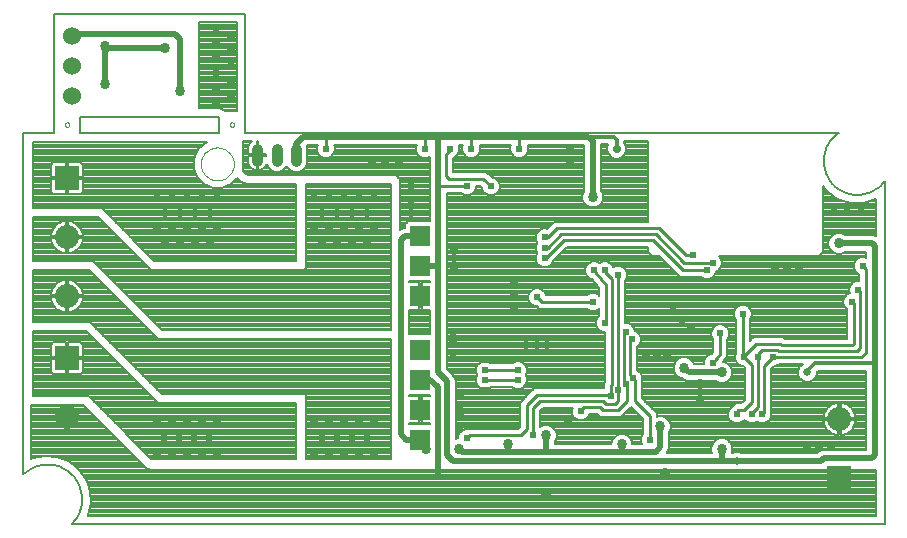
<source format=gbl>
G75*
G70*
%OFA0B0*%
%FSLAX24Y24*%
%IPPOS*%
%LPD*%
%AMOC8*
5,1,8,0,0,1.08239X$1,22.5*
%
%ADD10C,0.0000*%
%ADD11C,0.0080*%
%ADD12R,0.0800X0.0800*%
%ADD13C,0.0800*%
%ADD14R,0.0650X0.0650*%
%ADD15C,0.0600*%
%ADD16C,0.0375*%
%ADD17C,0.0280*%
%ADD18C,0.0240*%
%ADD19C,0.0100*%
%ADD20C,0.0200*%
%ADD21C,0.0340*%
%ADD22C,0.0260*%
%ADD23C,0.0120*%
%ADD24C,0.0140*%
D10*
X006434Y012503D02*
X006436Y012550D01*
X006442Y012596D01*
X006452Y012642D01*
X006465Y012686D01*
X006483Y012730D01*
X006504Y012771D01*
X006528Y012811D01*
X006556Y012849D01*
X006587Y012884D01*
X006621Y012916D01*
X006657Y012945D01*
X006696Y012971D01*
X006736Y012994D01*
X006779Y013013D01*
X006823Y013029D01*
X006868Y013041D01*
X006914Y013049D01*
X006961Y013053D01*
X007007Y013053D01*
X007054Y013049D01*
X007100Y013041D01*
X007145Y013029D01*
X007189Y013013D01*
X007232Y012994D01*
X007272Y012971D01*
X007311Y012945D01*
X007347Y012916D01*
X007381Y012884D01*
X007412Y012849D01*
X007440Y012811D01*
X007464Y012771D01*
X007485Y012730D01*
X007503Y012686D01*
X007516Y012642D01*
X007526Y012596D01*
X007532Y012550D01*
X007534Y012503D01*
X007532Y012456D01*
X007526Y012410D01*
X007516Y012364D01*
X007503Y012320D01*
X007485Y012276D01*
X007464Y012235D01*
X007440Y012195D01*
X007412Y012157D01*
X007381Y012122D01*
X007347Y012090D01*
X007311Y012061D01*
X007272Y012035D01*
X007232Y012012D01*
X007189Y011993D01*
X007145Y011977D01*
X007100Y011965D01*
X007054Y011957D01*
X007007Y011953D01*
X006961Y011953D01*
X006914Y011957D01*
X006868Y011965D01*
X006823Y011977D01*
X006779Y011993D01*
X006736Y012012D01*
X006696Y012035D01*
X006657Y012061D01*
X006621Y012090D01*
X006587Y012122D01*
X006556Y012157D01*
X006528Y012195D01*
X006504Y012235D01*
X006483Y012276D01*
X006465Y012320D01*
X006452Y012364D01*
X006442Y012410D01*
X006436Y012456D01*
X006434Y012503D01*
X007395Y013810D02*
X007397Y013827D01*
X007402Y013843D01*
X007411Y013857D01*
X007423Y013869D01*
X007437Y013878D01*
X007453Y013883D01*
X007470Y013885D01*
X007487Y013883D01*
X007503Y013878D01*
X007517Y013869D01*
X007529Y013857D01*
X007538Y013843D01*
X007543Y013827D01*
X007545Y013810D01*
X007543Y013793D01*
X007538Y013777D01*
X007529Y013763D01*
X007517Y013751D01*
X007503Y013742D01*
X007487Y013737D01*
X007470Y013735D01*
X007453Y013737D01*
X007437Y013742D01*
X007423Y013751D01*
X007411Y013763D01*
X007402Y013777D01*
X007397Y013793D01*
X007395Y013810D01*
X001905Y013810D02*
X001907Y013827D01*
X001912Y013843D01*
X001921Y013857D01*
X001933Y013869D01*
X001947Y013878D01*
X001963Y013883D01*
X001980Y013885D01*
X001997Y013883D01*
X002013Y013878D01*
X002027Y013869D01*
X002039Y013857D01*
X002048Y013843D01*
X002053Y013827D01*
X002055Y013810D01*
X002053Y013793D01*
X002048Y013777D01*
X002039Y013763D01*
X002027Y013751D01*
X002013Y013742D01*
X001997Y013737D01*
X001980Y013735D01*
X001963Y013737D01*
X001947Y013742D01*
X001933Y013751D01*
X001921Y013763D01*
X001912Y013777D01*
X001907Y013793D01*
X001905Y013810D01*
D11*
X000510Y002150D02*
X000559Y002196D01*
X000611Y002238D01*
X000666Y002278D01*
X000722Y002314D01*
X000781Y002348D01*
X000841Y002377D01*
X000903Y002403D01*
X000966Y002426D01*
X001031Y002444D01*
X001097Y002459D01*
X001163Y002470D01*
X001230Y002477D01*
X001297Y002481D01*
X001364Y002480D01*
X001431Y002476D01*
X001498Y002467D01*
X001564Y002455D01*
X001629Y002439D01*
X001694Y002419D01*
X001757Y002395D01*
X001818Y002368D01*
X001878Y002337D01*
X001936Y002303D01*
X001992Y002266D01*
X002045Y002225D01*
X002096Y002181D01*
X002145Y002135D01*
X002191Y002086D01*
X002233Y002034D01*
X002273Y001979D01*
X002309Y001923D01*
X002343Y001864D01*
X002372Y001804D01*
X002398Y001742D01*
X002421Y001679D01*
X002439Y001614D01*
X002454Y001548D01*
X002465Y001482D01*
X002472Y001415D01*
X002476Y001348D01*
X002475Y001281D01*
X002471Y001214D01*
X002462Y001147D01*
X002450Y001081D01*
X002434Y001016D01*
X002414Y000951D01*
X002390Y000888D01*
X002363Y000827D01*
X002332Y000767D01*
X002298Y000709D01*
X002261Y000653D01*
X002220Y000600D01*
X002176Y000549D01*
X002130Y000500D01*
X029230Y000500D01*
X029230Y011930D01*
X028950Y011320D02*
X028950Y010091D01*
X028856Y010130D01*
X027915Y010130D01*
X027898Y010147D01*
X027770Y010200D01*
X027630Y010200D01*
X027502Y010147D01*
X027403Y010048D01*
X027350Y009920D01*
X027185Y009920D01*
X027185Y009842D02*
X027350Y009842D01*
X027350Y009780D02*
X027403Y009652D01*
X027502Y009553D01*
X027630Y009500D01*
X027770Y009500D01*
X027898Y009553D01*
X027915Y009570D01*
X028620Y009570D01*
X028620Y009375D01*
X028560Y009400D01*
X028440Y009400D01*
X028330Y009354D01*
X028246Y009270D01*
X028200Y009160D01*
X028200Y009040D01*
X028246Y008930D01*
X028330Y008846D01*
X028370Y008829D01*
X028370Y008600D01*
X028290Y008600D01*
X028180Y008554D01*
X028096Y008470D01*
X028050Y008360D01*
X028050Y008240D01*
X028070Y008192D01*
X027980Y008154D01*
X027896Y008070D01*
X027850Y007960D01*
X027850Y007840D01*
X027896Y007730D01*
X027970Y007656D01*
X027970Y006680D01*
X025895Y006680D01*
X025845Y006730D01*
X024855Y006730D01*
X024730Y006605D01*
X024730Y007306D01*
X024754Y007330D01*
X024800Y007440D01*
X024800Y007560D01*
X024754Y007670D01*
X024670Y007754D01*
X024560Y007800D01*
X024440Y007800D01*
X024330Y007754D01*
X024246Y007670D01*
X024200Y007560D01*
X024200Y007440D01*
X024246Y007330D01*
X024270Y007306D01*
X024270Y006158D01*
X024250Y006110D01*
X024250Y005990D01*
X024296Y005880D01*
X024380Y005796D01*
X024490Y005750D01*
X024525Y005750D01*
X024570Y005705D01*
X024570Y004645D01*
X024455Y004530D01*
X024255Y004530D01*
X024205Y004480D01*
X024070Y004345D01*
X024070Y004344D01*
X024046Y004320D01*
X024000Y004210D01*
X024000Y004090D01*
X024046Y003980D01*
X024130Y003896D01*
X024240Y003850D01*
X024360Y003850D01*
X024470Y003896D01*
X024550Y003976D01*
X024630Y003896D01*
X024740Y003850D01*
X024860Y003850D01*
X024970Y003896D01*
X024975Y003901D01*
X024980Y003896D01*
X025090Y003850D01*
X025210Y003850D01*
X025320Y003896D01*
X025404Y003980D01*
X025450Y004090D01*
X025450Y004210D01*
X025430Y004258D01*
X025430Y005655D01*
X025525Y005750D01*
X025560Y005750D01*
X025670Y005796D01*
X025694Y005820D01*
X026492Y005820D01*
X026474Y005813D01*
X026387Y005726D01*
X026340Y005612D01*
X026340Y005488D01*
X026387Y005374D01*
X026474Y005287D01*
X026588Y005240D01*
X026712Y005240D01*
X026826Y005287D01*
X026913Y005374D01*
X026960Y005488D01*
X026960Y005571D01*
X026999Y005610D01*
X028620Y005610D01*
X028620Y002980D01*
X027144Y002980D01*
X027041Y002937D01*
X026984Y002880D01*
X024434Y002880D01*
X024362Y002910D01*
X024238Y002910D01*
X024166Y002880D01*
X024129Y002880D01*
X024150Y002930D01*
X024150Y003070D01*
X024097Y003198D01*
X023998Y003297D01*
X023870Y003350D01*
X023730Y003350D01*
X023602Y003297D01*
X023503Y003198D01*
X023450Y003070D01*
X023450Y002930D01*
X023471Y002880D01*
X021976Y002880D01*
X021987Y002891D01*
X022030Y002994D01*
X022030Y003535D01*
X022047Y003552D01*
X022100Y003680D01*
X022100Y003820D01*
X022047Y003948D01*
X021948Y004047D01*
X021820Y004100D01*
X021680Y004100D01*
X021630Y004079D01*
X021630Y004195D01*
X021130Y004695D01*
X021130Y005242D01*
X021150Y005290D01*
X021150Y005410D01*
X021104Y005520D01*
X021020Y005604D01*
X020980Y005621D01*
X020980Y006406D01*
X021054Y006480D01*
X021100Y006590D01*
X021100Y006710D01*
X021054Y006820D01*
X020970Y006904D01*
X020900Y006933D01*
X020900Y006960D01*
X020854Y007070D01*
X020770Y007154D01*
X020660Y007200D01*
X020580Y007200D01*
X020580Y008606D01*
X020604Y008630D01*
X020650Y008740D01*
X020650Y008860D01*
X020604Y008970D01*
X020520Y009054D01*
X020410Y009100D01*
X020290Y009100D01*
X020181Y009055D01*
X020154Y009120D01*
X020070Y009204D01*
X019960Y009250D01*
X019840Y009250D01*
X019730Y009204D01*
X019725Y009199D01*
X019720Y009204D01*
X019610Y009250D01*
X019490Y009250D01*
X019380Y009204D01*
X019296Y009120D01*
X019250Y009010D01*
X019250Y008890D01*
X019296Y008780D01*
X019380Y008696D01*
X019430Y008675D01*
X019437Y008662D01*
X019468Y008652D01*
X019720Y008364D01*
X019720Y008104D01*
X019670Y008154D01*
X019560Y008200D01*
X019440Y008200D01*
X019330Y008154D01*
X019306Y008130D01*
X017942Y008130D01*
X017904Y008220D01*
X017820Y008304D01*
X017710Y008350D01*
X017590Y008350D01*
X017480Y008304D01*
X017396Y008220D01*
X017350Y008110D01*
X017350Y007990D01*
X017396Y007880D01*
X017480Y007796D01*
X017590Y007750D01*
X017625Y007750D01*
X017705Y007670D01*
X019306Y007670D01*
X019330Y007646D01*
X019440Y007600D01*
X019560Y007600D01*
X019670Y007646D01*
X019720Y007696D01*
X019720Y007444D01*
X019646Y007370D01*
X019600Y007260D01*
X019600Y007140D01*
X019646Y007030D01*
X019730Y006946D01*
X019840Y006900D01*
X019920Y006900D01*
X019920Y005245D01*
X019870Y005195D01*
X019870Y005030D01*
X017555Y005030D01*
X017420Y004895D01*
X017070Y004545D01*
X017070Y003745D01*
X017005Y003680D01*
X015305Y003680D01*
X015275Y003650D01*
X015240Y003650D01*
X015130Y003604D01*
X015046Y003520D01*
X015000Y003410D01*
X015000Y003350D01*
X014980Y003350D01*
X014930Y003329D01*
X014930Y005306D01*
X014887Y005409D01*
X014809Y005487D01*
X014630Y005666D01*
X014630Y011520D01*
X015106Y011520D01*
X015130Y011496D01*
X015240Y011450D01*
X015360Y011450D01*
X015470Y011496D01*
X015554Y011580D01*
X015600Y011690D01*
X015600Y011770D01*
X015755Y011770D01*
X015800Y011725D01*
X015800Y011690D01*
X015846Y011580D01*
X015930Y011496D01*
X016040Y011450D01*
X016160Y011450D01*
X016270Y011496D01*
X016354Y011580D01*
X016400Y011690D01*
X016400Y011810D01*
X016354Y011920D01*
X016270Y012004D01*
X016160Y012050D01*
X016125Y012050D01*
X015945Y012230D01*
X014830Y012230D01*
X014830Y012705D01*
X014836Y012711D01*
X014920Y012746D01*
X015280Y012746D01*
X015390Y012700D01*
X015510Y012700D01*
X015620Y012746D01*
X016880Y012746D01*
X016990Y012700D01*
X017110Y012700D01*
X017220Y012746D01*
X019220Y012746D01*
X019220Y012668D02*
X014830Y012668D01*
X014830Y012589D02*
X019220Y012589D01*
X019220Y012511D02*
X014830Y012511D01*
X014830Y012432D02*
X019220Y012432D01*
X019220Y012354D02*
X014830Y012354D01*
X014830Y012275D02*
X019220Y012275D01*
X019220Y012197D02*
X015979Y012197D01*
X016057Y012118D02*
X019220Y012118D01*
X019220Y012040D02*
X016185Y012040D01*
X016313Y011961D02*
X019220Y011961D01*
X019220Y011883D02*
X016370Y011883D01*
X016400Y011804D02*
X019220Y011804D01*
X019220Y011726D02*
X016400Y011726D01*
X016382Y011647D02*
X019220Y011647D01*
X019220Y011615D02*
X019203Y011598D01*
X019150Y011470D01*
X019150Y011330D01*
X019203Y011202D01*
X019302Y011103D01*
X019430Y011050D01*
X019570Y011050D01*
X019698Y011103D01*
X019797Y011202D01*
X019850Y011330D01*
X019850Y011470D01*
X019797Y011598D01*
X019780Y011615D01*
X019780Y013150D01*
X020016Y013150D01*
X019980Y013064D01*
X019980Y012936D01*
X020029Y012819D01*
X020119Y012729D01*
X020236Y012680D01*
X020364Y012680D01*
X020481Y012729D01*
X020571Y012819D01*
X020620Y012936D01*
X020620Y013064D01*
X020571Y013181D01*
X020550Y013203D01*
X020550Y013250D01*
X021345Y013250D01*
X021345Y010580D01*
X018205Y010580D01*
X018070Y010445D01*
X017970Y010346D01*
X017960Y010350D01*
X017840Y010350D01*
X017730Y010304D01*
X017646Y010220D01*
X017600Y010110D01*
X017600Y009990D01*
X017646Y009880D01*
X017651Y009875D01*
X017646Y009870D01*
X017600Y009760D01*
X017600Y009640D01*
X017646Y009530D01*
X017651Y009525D01*
X017646Y009520D01*
X017600Y009410D01*
X017600Y009290D01*
X017646Y009180D01*
X017730Y009096D01*
X017840Y009050D01*
X017960Y009050D01*
X018070Y009096D01*
X018154Y009180D01*
X018189Y009264D01*
X018645Y009720D01*
X021345Y009720D01*
X021345Y009551D01*
X021474Y009422D01*
X021703Y009422D01*
X022270Y008855D01*
X022405Y008720D01*
X023106Y008720D01*
X023130Y008696D01*
X023240Y008650D01*
X023360Y008650D01*
X023470Y008696D01*
X023554Y008780D01*
X023600Y008890D01*
X023600Y008917D01*
X023670Y008946D01*
X023754Y009030D01*
X023800Y009140D01*
X023800Y009260D01*
X023754Y009370D01*
X023702Y009422D01*
X027056Y009422D01*
X027185Y009551D01*
X027185Y011774D01*
X027296Y011612D01*
X027296Y011612D01*
X027296Y011612D01*
X027654Y011341D01*
X027654Y011341D01*
X028079Y011195D01*
X028528Y011188D01*
X028528Y011188D01*
X028950Y011320D01*
X028950Y011255D02*
X028741Y011255D01*
X028950Y011176D02*
X027185Y011176D01*
X027185Y011098D02*
X028950Y011098D01*
X028950Y011019D02*
X027185Y011019D01*
X027185Y010941D02*
X028950Y010941D01*
X028950Y010862D02*
X027185Y010862D01*
X027185Y010784D02*
X028950Y010784D01*
X028950Y010705D02*
X027185Y010705D01*
X027185Y010627D02*
X028950Y010627D01*
X028950Y010548D02*
X027185Y010548D01*
X027185Y010470D02*
X028950Y010470D01*
X028950Y010391D02*
X027185Y010391D01*
X027185Y010313D02*
X028950Y010313D01*
X028950Y010234D02*
X027185Y010234D01*
X027185Y010156D02*
X027523Y010156D01*
X027432Y010077D02*
X027185Y010077D01*
X027185Y009999D02*
X027383Y009999D01*
X027350Y009920D02*
X027350Y009780D01*
X027357Y009763D02*
X027185Y009763D01*
X027185Y009685D02*
X027390Y009685D01*
X027449Y009606D02*
X027185Y009606D01*
X027162Y009528D02*
X027564Y009528D01*
X027836Y009528D02*
X028620Y009528D01*
X028620Y009449D02*
X027083Y009449D01*
X027877Y010156D02*
X028950Y010156D01*
X028369Y009371D02*
X023754Y009371D01*
X023787Y009292D02*
X028268Y009292D01*
X028222Y009214D02*
X023800Y009214D01*
X023798Y009135D02*
X028200Y009135D01*
X028200Y009057D02*
X023765Y009057D01*
X023702Y008978D02*
X028226Y008978D01*
X028276Y008900D02*
X023600Y008900D01*
X023571Y008821D02*
X028370Y008821D01*
X028370Y008743D02*
X023517Y008743D01*
X023394Y008664D02*
X028370Y008664D01*
X028255Y008586D02*
X020580Y008586D01*
X020580Y008507D02*
X028133Y008507D01*
X028079Y008429D02*
X020580Y008429D01*
X020580Y008350D02*
X028050Y008350D01*
X028050Y008272D02*
X020580Y008272D01*
X020580Y008193D02*
X028070Y008193D01*
X027940Y008115D02*
X020580Y008115D01*
X020580Y008036D02*
X027882Y008036D01*
X027850Y007958D02*
X020580Y007958D01*
X020580Y007879D02*
X027850Y007879D01*
X027866Y007801D02*
X020580Y007801D01*
X020580Y007722D02*
X024298Y007722D01*
X024235Y007644D02*
X020580Y007644D01*
X020580Y007565D02*
X024202Y007565D01*
X024200Y007487D02*
X020580Y007487D01*
X020580Y007408D02*
X024213Y007408D01*
X024246Y007330D02*
X020580Y007330D01*
X020580Y007251D02*
X024270Y007251D01*
X024270Y007173D02*
X020726Y007173D01*
X020830Y007094D02*
X023570Y007094D01*
X023580Y007104D02*
X023496Y007020D01*
X023450Y006910D01*
X023450Y006790D01*
X023496Y006680D01*
X023520Y006656D01*
X023520Y006239D01*
X023462Y006175D01*
X023440Y006175D01*
X023330Y006129D01*
X023246Y006045D01*
X023200Y005935D01*
X023200Y005830D01*
X022875Y005830D01*
X022847Y005898D01*
X022748Y005997D01*
X022620Y006050D01*
X022480Y006050D01*
X022352Y005997D01*
X022253Y005898D01*
X022200Y005770D01*
X022200Y005630D01*
X022253Y005502D01*
X022352Y005403D01*
X022480Y005350D01*
X022504Y005350D01*
X022541Y005313D01*
X022644Y005270D01*
X023585Y005270D01*
X023602Y005253D01*
X023730Y005200D01*
X023870Y005200D01*
X023998Y005253D01*
X024097Y005352D01*
X024150Y005480D01*
X024150Y005620D01*
X024097Y005748D01*
X023998Y005847D01*
X023870Y005900D01*
X023834Y005900D01*
X023917Y005991D01*
X023980Y006055D01*
X023980Y006061D01*
X023984Y006066D01*
X023980Y006155D01*
X023980Y006656D01*
X024004Y006680D01*
X024050Y006790D01*
X024050Y006910D01*
X024004Y007020D01*
X023920Y007104D01*
X023810Y007150D01*
X023690Y007150D01*
X023580Y007104D01*
X023494Y007016D02*
X020877Y007016D01*
X020900Y006937D02*
X023461Y006937D01*
X023450Y006859D02*
X021016Y006859D01*
X021071Y006780D02*
X023454Y006780D01*
X023487Y006702D02*
X021100Y006702D01*
X021100Y006623D02*
X023520Y006623D01*
X023520Y006545D02*
X021081Y006545D01*
X021040Y006466D02*
X023520Y006466D01*
X023520Y006388D02*
X020980Y006388D01*
X020980Y006309D02*
X023520Y006309D01*
X023512Y006231D02*
X020980Y006231D01*
X020980Y006152D02*
X023385Y006152D01*
X023274Y006074D02*
X020980Y006074D01*
X020980Y005995D02*
X022350Y005995D01*
X022272Y005917D02*
X020980Y005917D01*
X020980Y005838D02*
X022228Y005838D01*
X022200Y005760D02*
X020980Y005760D01*
X020980Y005681D02*
X022200Y005681D01*
X022212Y005603D02*
X021022Y005603D01*
X021100Y005524D02*
X022244Y005524D01*
X022310Y005446D02*
X021135Y005446D01*
X021150Y005367D02*
X022439Y005367D01*
X022600Y005289D02*
X021149Y005289D01*
X021130Y005210D02*
X023706Y005210D01*
X023894Y005210D02*
X024570Y005210D01*
X024570Y005132D02*
X021130Y005132D01*
X021130Y005053D02*
X024570Y005053D01*
X024570Y004975D02*
X021130Y004975D01*
X021130Y004896D02*
X024570Y004896D01*
X024570Y004818D02*
X021130Y004818D01*
X021130Y004739D02*
X024570Y004739D01*
X024570Y004661D02*
X021165Y004661D01*
X021243Y004582D02*
X024507Y004582D01*
X024228Y004504D02*
X021322Y004504D01*
X021400Y004425D02*
X024150Y004425D01*
X024071Y004347D02*
X021479Y004347D01*
X021557Y004268D02*
X024024Y004268D01*
X024000Y004190D02*
X021630Y004190D01*
X021630Y004111D02*
X024000Y004111D01*
X024024Y004033D02*
X021962Y004033D01*
X022041Y003954D02*
X024072Y003954D01*
X024179Y003876D02*
X022077Y003876D01*
X022100Y003797D02*
X027218Y003797D01*
X027220Y003791D02*
X027258Y003715D01*
X027308Y003647D01*
X027368Y003587D01*
X027437Y003537D01*
X027513Y003498D01*
X027594Y003472D01*
X027678Y003459D01*
X027680Y003459D01*
X027680Y003958D01*
X027760Y003958D01*
X027760Y003459D01*
X027762Y003459D01*
X027846Y003472D01*
X027927Y003498D01*
X028003Y003537D01*
X028072Y003587D01*
X028132Y003647D01*
X028182Y003715D01*
X028220Y003791D01*
X028247Y003872D01*
X028260Y003956D01*
X028260Y003959D01*
X027760Y003959D01*
X027760Y004039D01*
X027680Y004039D01*
X027680Y004539D01*
X027678Y004539D01*
X027594Y004525D01*
X027513Y004499D01*
X027437Y004460D01*
X027368Y004410D01*
X027308Y004350D01*
X027258Y004282D01*
X027220Y004206D01*
X027193Y004125D01*
X027180Y004041D01*
X027180Y004039D01*
X027680Y004039D01*
X027680Y003959D01*
X027180Y003959D01*
X027180Y003956D01*
X027193Y003872D01*
X027220Y003791D01*
X027257Y003719D02*
X022100Y003719D01*
X022083Y003640D02*
X027315Y003640D01*
X027403Y003562D02*
X022051Y003562D01*
X022030Y003483D02*
X027559Y003483D01*
X027680Y003483D02*
X027760Y003483D01*
X027760Y003562D02*
X027680Y003562D01*
X027680Y003640D02*
X027760Y003640D01*
X027760Y003719D02*
X027680Y003719D01*
X027680Y003797D02*
X027760Y003797D01*
X027760Y003876D02*
X027680Y003876D01*
X027680Y003954D02*
X027760Y003954D01*
X027760Y004033D02*
X028620Y004033D01*
X028620Y004111D02*
X028249Y004111D01*
X028247Y004125D02*
X028220Y004206D01*
X028182Y004282D01*
X028132Y004350D01*
X028072Y004410D01*
X028003Y004460D01*
X027927Y004499D01*
X027846Y004525D01*
X027762Y004539D01*
X027760Y004539D01*
X027760Y004039D01*
X028260Y004039D01*
X028260Y004041D01*
X028247Y004125D01*
X028226Y004190D02*
X028620Y004190D01*
X028620Y004268D02*
X028189Y004268D01*
X028135Y004347D02*
X028620Y004347D01*
X028620Y004425D02*
X028052Y004425D01*
X027913Y004504D02*
X028620Y004504D01*
X028620Y004582D02*
X025430Y004582D01*
X025430Y004504D02*
X027527Y004504D01*
X027680Y004504D02*
X027760Y004504D01*
X027760Y004425D02*
X027680Y004425D01*
X027680Y004347D02*
X027760Y004347D01*
X027760Y004268D02*
X027680Y004268D01*
X027680Y004190D02*
X027760Y004190D01*
X027760Y004111D02*
X027680Y004111D01*
X027680Y004033D02*
X025426Y004033D01*
X025450Y004111D02*
X027191Y004111D01*
X027214Y004190D02*
X025450Y004190D01*
X025430Y004268D02*
X027251Y004268D01*
X027305Y004347D02*
X025430Y004347D01*
X025430Y004425D02*
X027388Y004425D01*
X027180Y003954D02*
X025378Y003954D01*
X025271Y003876D02*
X027193Y003876D01*
X027881Y003483D02*
X028620Y003483D01*
X028620Y003405D02*
X022030Y003405D01*
X022030Y003326D02*
X023672Y003326D01*
X023553Y003248D02*
X022030Y003248D01*
X022030Y003169D02*
X023491Y003169D01*
X023459Y003091D02*
X022030Y003091D01*
X022030Y003012D02*
X023450Y003012D01*
X023450Y002934D02*
X022005Y002934D01*
X021125Y003180D02*
X020820Y003180D01*
X020820Y003220D01*
X020767Y003348D01*
X020668Y003447D01*
X020540Y003500D01*
X020400Y003500D01*
X020272Y003447D01*
X020173Y003348D01*
X020120Y003220D01*
X020120Y003180D01*
X018230Y003180D01*
X018230Y003235D01*
X018247Y003252D01*
X018300Y003380D01*
X018300Y003520D01*
X018247Y003648D01*
X018148Y003747D01*
X018020Y003800D01*
X017880Y003800D01*
X017752Y003747D01*
X017730Y003725D01*
X017730Y004255D01*
X017845Y004370D01*
X018825Y004370D01*
X018800Y004310D01*
X018800Y004190D01*
X018846Y004080D01*
X018930Y003996D01*
X019040Y003950D01*
X019160Y003950D01*
X019270Y003996D01*
X019354Y004080D01*
X019392Y004170D01*
X019655Y004170D01*
X019755Y004070D01*
X020445Y004070D01*
X020745Y004370D01*
X020775Y004400D01*
X020805Y004370D01*
X021170Y004005D01*
X021170Y003494D01*
X021146Y003470D01*
X021100Y003360D01*
X021100Y003240D01*
X021125Y003180D01*
X021100Y003248D02*
X020808Y003248D01*
X020776Y003326D02*
X021100Y003326D01*
X021119Y003405D02*
X020710Y003405D01*
X020581Y003483D02*
X021159Y003483D01*
X021170Y003562D02*
X018283Y003562D01*
X018300Y003483D02*
X020359Y003483D01*
X020230Y003405D02*
X018300Y003405D01*
X018277Y003326D02*
X020164Y003326D01*
X020132Y003248D02*
X018242Y003248D01*
X018250Y003640D02*
X021170Y003640D01*
X021170Y003719D02*
X018176Y003719D01*
X018027Y003797D02*
X021170Y003797D01*
X021170Y003876D02*
X017730Y003876D01*
X017730Y003954D02*
X019031Y003954D01*
X019169Y003954D02*
X021170Y003954D01*
X021142Y004033D02*
X019307Y004033D01*
X019367Y004111D02*
X019714Y004111D01*
X020486Y004111D02*
X021064Y004111D01*
X020985Y004190D02*
X020565Y004190D01*
X020643Y004268D02*
X020907Y004268D01*
X020828Y004347D02*
X020722Y004347D01*
X019870Y005053D02*
X017177Y005053D01*
X017170Y005046D02*
X017254Y005130D01*
X017300Y005240D01*
X017300Y005360D01*
X017257Y005463D01*
X017300Y005565D01*
X017300Y005685D01*
X017254Y005795D01*
X017170Y005879D01*
X017060Y005925D01*
X016940Y005925D01*
X016830Y005879D01*
X016806Y005855D01*
X016094Y005855D01*
X016070Y005879D01*
X015960Y005925D01*
X015840Y005925D01*
X015730Y005879D01*
X015646Y005795D01*
X015600Y005685D01*
X015600Y005565D01*
X015643Y005463D01*
X015600Y005360D01*
X015600Y005240D01*
X015646Y005130D01*
X015730Y005046D01*
X015840Y005000D01*
X015960Y005000D01*
X016070Y005046D01*
X016094Y005070D01*
X016806Y005070D01*
X016830Y005046D01*
X016940Y005000D01*
X017060Y005000D01*
X017170Y005046D01*
X017255Y005132D02*
X019870Y005132D01*
X019885Y005210D02*
X017287Y005210D01*
X017300Y005289D02*
X019920Y005289D01*
X019920Y005367D02*
X017297Y005367D01*
X017264Y005446D02*
X019920Y005446D01*
X019920Y005524D02*
X017283Y005524D01*
X017300Y005603D02*
X019920Y005603D01*
X019920Y005681D02*
X017300Y005681D01*
X017269Y005760D02*
X019920Y005760D01*
X019920Y005838D02*
X017211Y005838D01*
X017080Y005917D02*
X019920Y005917D01*
X019920Y005995D02*
X014630Y005995D01*
X014630Y005917D02*
X015820Y005917D01*
X015689Y005838D02*
X014630Y005838D01*
X014630Y005760D02*
X015631Y005760D01*
X015600Y005681D02*
X014630Y005681D01*
X014693Y005603D02*
X015600Y005603D01*
X015617Y005524D02*
X014772Y005524D01*
X014850Y005446D02*
X015636Y005446D01*
X015603Y005367D02*
X014905Y005367D01*
X014930Y005289D02*
X015600Y005289D01*
X015613Y005210D02*
X014930Y005210D01*
X014930Y005132D02*
X015645Y005132D01*
X015723Y005053D02*
X014930Y005053D01*
X014930Y004975D02*
X017499Y004975D01*
X017421Y004896D02*
X014930Y004896D01*
X014930Y004818D02*
X017342Y004818D01*
X017264Y004739D02*
X014930Y004739D01*
X014930Y004661D02*
X017185Y004661D01*
X017107Y004582D02*
X014930Y004582D01*
X014930Y004504D02*
X017070Y004504D01*
X017070Y004425D02*
X014930Y004425D01*
X014930Y004347D02*
X017070Y004347D01*
X017070Y004268D02*
X014930Y004268D01*
X014930Y004190D02*
X017070Y004190D01*
X017070Y004111D02*
X014930Y004111D01*
X014930Y004033D02*
X017070Y004033D01*
X017070Y003954D02*
X014930Y003954D01*
X014930Y003876D02*
X017070Y003876D01*
X017070Y003797D02*
X014930Y003797D01*
X014930Y003719D02*
X017043Y003719D01*
X017730Y003797D02*
X017873Y003797D01*
X017730Y004033D02*
X018893Y004033D01*
X018833Y004111D02*
X017730Y004111D01*
X017730Y004190D02*
X018800Y004190D01*
X018800Y004268D02*
X017743Y004268D01*
X017822Y004347D02*
X018815Y004347D01*
X016823Y005053D02*
X016077Y005053D01*
X015980Y005917D02*
X016920Y005917D01*
X014630Y006074D02*
X019920Y006074D01*
X019920Y006152D02*
X014630Y006152D01*
X014630Y006231D02*
X019920Y006231D01*
X019920Y006309D02*
X014630Y006309D01*
X014630Y006388D02*
X019920Y006388D01*
X019920Y006466D02*
X014630Y006466D01*
X014630Y006545D02*
X019920Y006545D01*
X019920Y006623D02*
X014630Y006623D01*
X014630Y006702D02*
X019920Y006702D01*
X019920Y006780D02*
X014630Y006780D01*
X014630Y006859D02*
X019920Y006859D01*
X019751Y006937D02*
X014630Y006937D01*
X014630Y007016D02*
X019660Y007016D01*
X019619Y007094D02*
X014630Y007094D01*
X014630Y007173D02*
X019600Y007173D01*
X019600Y007251D02*
X014630Y007251D01*
X014630Y007330D02*
X019629Y007330D01*
X019684Y007408D02*
X014630Y007408D01*
X014630Y007487D02*
X019720Y007487D01*
X019720Y007565D02*
X014630Y007565D01*
X014630Y007644D02*
X019335Y007644D01*
X019665Y007644D02*
X019720Y007644D01*
X019710Y008115D02*
X019720Y008115D01*
X019720Y008193D02*
X019577Y008193D01*
X019423Y008193D02*
X017915Y008193D01*
X017853Y008272D02*
X019720Y008272D01*
X019720Y008350D02*
X014630Y008350D01*
X014630Y008272D02*
X017447Y008272D01*
X017385Y008193D02*
X014630Y008193D01*
X014630Y008115D02*
X017352Y008115D01*
X017350Y008036D02*
X014630Y008036D01*
X014630Y007958D02*
X017364Y007958D01*
X017397Y007879D02*
X014630Y007879D01*
X014630Y007801D02*
X017475Y007801D01*
X017653Y007722D02*
X014630Y007722D01*
X014070Y007635D02*
X014070Y006820D01*
X013380Y006820D01*
X013380Y007642D01*
X013407Y007635D01*
X013710Y007635D01*
X013710Y008060D01*
X013790Y008060D01*
X013790Y007635D01*
X014070Y007635D01*
X014070Y007565D02*
X013380Y007565D01*
X013380Y007487D02*
X014070Y007487D01*
X014070Y007408D02*
X013380Y007408D01*
X013380Y007330D02*
X014070Y007330D01*
X014070Y007251D02*
X013380Y007251D01*
X013380Y007173D02*
X014070Y007173D01*
X014070Y007094D02*
X013380Y007094D01*
X013380Y007016D02*
X014070Y007016D01*
X014070Y006937D02*
X013380Y006937D01*
X013380Y006859D02*
X014070Y006859D01*
X012770Y006980D02*
X005133Y006980D01*
X002880Y009233D01*
X002833Y009280D01*
X000830Y009280D01*
X000830Y010720D01*
X003017Y010720D01*
X004720Y009017D01*
X004767Y008970D01*
X009883Y008970D01*
X009930Y009017D01*
X009930Y011820D01*
X012770Y011820D01*
X012770Y006980D01*
X012770Y007016D02*
X005098Y007016D01*
X005019Y007094D02*
X012770Y007094D01*
X012770Y007173D02*
X004941Y007173D01*
X004862Y007251D02*
X012770Y007251D01*
X012770Y007330D02*
X004784Y007330D01*
X004705Y007408D02*
X012770Y007408D01*
X012770Y007487D02*
X004627Y007487D01*
X004548Y007565D02*
X012770Y007565D01*
X012770Y007644D02*
X004470Y007644D01*
X004391Y007722D02*
X012770Y007722D01*
X012770Y007801D02*
X004313Y007801D01*
X004234Y007879D02*
X012770Y007879D01*
X012770Y007958D02*
X004156Y007958D01*
X004077Y008036D02*
X012770Y008036D01*
X012770Y008115D02*
X003999Y008115D01*
X003920Y008193D02*
X012770Y008193D01*
X012770Y008272D02*
X003842Y008272D01*
X003763Y008350D02*
X012770Y008350D01*
X012770Y008429D02*
X003685Y008429D01*
X003606Y008507D02*
X012770Y008507D01*
X012770Y008586D02*
X003528Y008586D01*
X003449Y008664D02*
X012770Y008664D01*
X012770Y008743D02*
X003371Y008743D01*
X003292Y008821D02*
X012770Y008821D01*
X012770Y008900D02*
X003214Y008900D01*
X003135Y008978D02*
X004759Y008978D01*
X004680Y009057D02*
X003057Y009057D01*
X002978Y009135D02*
X004602Y009135D01*
X004523Y009214D02*
X002900Y009214D01*
X002717Y008970D02*
X005017Y006670D01*
X012770Y006670D01*
X012770Y002680D01*
X009930Y002680D01*
X009930Y004783D01*
X009883Y004830D01*
X009817Y004830D01*
X005133Y004830D01*
X002733Y007230D01*
X000830Y007230D01*
X000830Y008970D01*
X002717Y008970D01*
X002787Y008900D02*
X000830Y008900D01*
X000830Y008821D02*
X002866Y008821D01*
X002944Y008743D02*
X000830Y008743D01*
X000830Y008664D02*
X003023Y008664D01*
X003101Y008586D02*
X002193Y008586D01*
X002177Y008593D02*
X002096Y008620D01*
X002012Y008633D01*
X002010Y008633D01*
X002010Y008133D01*
X001930Y008133D01*
X001930Y008633D01*
X001928Y008633D01*
X001844Y008620D01*
X001763Y008593D01*
X001687Y008555D01*
X001618Y008505D01*
X001558Y008445D01*
X001508Y008376D01*
X001470Y008300D01*
X001443Y008219D01*
X001430Y008135D01*
X001430Y008133D01*
X001930Y008133D01*
X001930Y008053D01*
X001430Y008053D01*
X001430Y008050D01*
X001443Y007967D01*
X001470Y007886D01*
X001508Y007810D01*
X001558Y007741D01*
X001618Y007681D01*
X001687Y007631D01*
X001763Y007593D01*
X001844Y007566D01*
X001928Y007553D01*
X001930Y007553D01*
X001930Y008053D01*
X002010Y008053D01*
X002010Y008133D01*
X002510Y008133D01*
X002510Y008135D01*
X002497Y008219D01*
X002470Y008300D01*
X002432Y008376D01*
X002382Y008445D01*
X002322Y008505D01*
X002253Y008555D01*
X002177Y008593D01*
X002319Y008507D02*
X003180Y008507D01*
X003258Y008429D02*
X002394Y008429D01*
X002445Y008350D02*
X003337Y008350D01*
X003415Y008272D02*
X002480Y008272D01*
X002501Y008193D02*
X003494Y008193D01*
X003572Y008115D02*
X002010Y008115D01*
X002010Y008053D02*
X002510Y008053D01*
X002510Y008050D01*
X002497Y007967D01*
X002470Y007886D01*
X002432Y007810D01*
X002382Y007741D01*
X002322Y007681D01*
X002253Y007631D01*
X002177Y007593D01*
X002096Y007566D01*
X002012Y007553D01*
X002010Y007553D01*
X002010Y008053D01*
X002010Y008036D02*
X001930Y008036D01*
X001930Y007958D02*
X002010Y007958D01*
X002010Y007879D02*
X001930Y007879D01*
X001930Y007801D02*
X002010Y007801D01*
X002010Y007722D02*
X001930Y007722D01*
X001930Y007644D02*
X002010Y007644D01*
X002010Y007565D02*
X001930Y007565D01*
X001852Y007565D02*
X000830Y007565D01*
X000830Y007487D02*
X004200Y007487D01*
X004122Y007565D02*
X002088Y007565D01*
X002270Y007644D02*
X004043Y007644D01*
X003965Y007722D02*
X002363Y007722D01*
X002425Y007801D02*
X003886Y007801D01*
X003808Y007879D02*
X002467Y007879D01*
X002494Y007958D02*
X003729Y007958D01*
X003651Y008036D02*
X002508Y008036D01*
X002010Y008193D02*
X001930Y008193D01*
X001930Y008115D02*
X000830Y008115D01*
X000830Y008193D02*
X001439Y008193D01*
X001460Y008272D02*
X000830Y008272D01*
X000830Y008350D02*
X001495Y008350D01*
X001546Y008429D02*
X000830Y008429D01*
X000830Y008507D02*
X001621Y008507D01*
X001747Y008586D02*
X000830Y008586D01*
X000830Y008036D02*
X001432Y008036D01*
X001446Y007958D02*
X000830Y007958D01*
X000830Y007879D02*
X001473Y007879D01*
X001515Y007801D02*
X000830Y007801D01*
X000830Y007722D02*
X001577Y007722D01*
X001670Y007644D02*
X000830Y007644D01*
X000830Y007408D02*
X004279Y007408D01*
X004357Y007330D02*
X000830Y007330D01*
X000830Y007251D02*
X004436Y007251D01*
X004514Y007173D02*
X002791Y007173D01*
X002869Y007094D02*
X004593Y007094D01*
X004671Y007016D02*
X002948Y007016D01*
X003026Y006937D02*
X004750Y006937D01*
X004828Y006859D02*
X003105Y006859D01*
X003183Y006780D02*
X004907Y006780D01*
X004985Y006702D02*
X003262Y006702D01*
X003340Y006623D02*
X012770Y006623D01*
X012770Y006545D02*
X003419Y006545D01*
X003497Y006466D02*
X012770Y006466D01*
X012770Y006388D02*
X003576Y006388D01*
X003654Y006309D02*
X012770Y006309D01*
X012770Y006231D02*
X003733Y006231D01*
X003811Y006152D02*
X012770Y006152D01*
X012770Y006074D02*
X003890Y006074D01*
X003968Y005995D02*
X012770Y005995D01*
X012770Y005917D02*
X004047Y005917D01*
X004125Y005838D02*
X012770Y005838D01*
X012770Y005760D02*
X004204Y005760D01*
X004282Y005681D02*
X012770Y005681D01*
X012770Y005603D02*
X004361Y005603D01*
X004439Y005524D02*
X012770Y005524D01*
X012770Y005446D02*
X004518Y005446D01*
X004596Y005367D02*
X012770Y005367D01*
X012770Y005289D02*
X004675Y005289D01*
X004753Y005210D02*
X012770Y005210D01*
X012770Y005132D02*
X004832Y005132D01*
X004910Y005053D02*
X012770Y005053D01*
X012770Y004975D02*
X004989Y004975D01*
X005067Y004896D02*
X012770Y004896D01*
X012770Y004818D02*
X009896Y004818D01*
X009930Y004739D02*
X012770Y004739D01*
X012770Y004661D02*
X009930Y004661D01*
X009930Y004582D02*
X012770Y004582D01*
X012770Y004504D02*
X009930Y004504D01*
X009930Y004425D02*
X012770Y004425D01*
X012770Y004347D02*
X009930Y004347D01*
X009930Y004268D02*
X012770Y004268D01*
X012770Y004190D02*
X009930Y004190D01*
X009930Y004111D02*
X012770Y004111D01*
X012770Y004033D02*
X009930Y004033D01*
X009930Y003954D02*
X012770Y003954D01*
X012770Y003876D02*
X009930Y003876D01*
X009930Y003797D02*
X012770Y003797D01*
X012770Y003719D02*
X009930Y003719D01*
X009930Y003640D02*
X012770Y003640D01*
X012770Y003562D02*
X009930Y003562D01*
X009930Y003483D02*
X012770Y003483D01*
X012770Y003405D02*
X009930Y003405D01*
X009930Y003326D02*
X012770Y003326D01*
X012770Y003248D02*
X009930Y003248D01*
X009930Y003169D02*
X012770Y003169D01*
X012770Y003091D02*
X009930Y003091D01*
X009930Y003012D02*
X012770Y003012D01*
X012770Y002934D02*
X009930Y002934D01*
X009930Y002855D02*
X012770Y002855D01*
X012770Y002777D02*
X009930Y002777D01*
X009930Y002698D02*
X012770Y002698D01*
X013380Y003820D02*
X013380Y003857D01*
X013407Y003850D01*
X013710Y003850D01*
X013710Y004275D01*
X013790Y004275D01*
X013790Y003850D01*
X014070Y003850D01*
X014070Y003820D01*
X013380Y003820D01*
X013710Y003876D02*
X013790Y003876D01*
X013790Y003954D02*
X013710Y003954D01*
X013710Y004033D02*
X013790Y004033D01*
X013790Y004111D02*
X013710Y004111D01*
X013710Y004190D02*
X013790Y004190D01*
X013790Y004268D02*
X013710Y004268D01*
X013710Y004355D02*
X013710Y004780D01*
X013407Y004780D01*
X013380Y004773D01*
X013380Y004810D01*
X014070Y004810D01*
X014070Y004780D01*
X013790Y004780D01*
X013790Y004355D01*
X013710Y004355D01*
X013710Y004425D02*
X013790Y004425D01*
X013790Y004504D02*
X013710Y004504D01*
X013710Y004582D02*
X013790Y004582D01*
X013790Y004661D02*
X013710Y004661D01*
X013710Y004739D02*
X013790Y004739D01*
X014930Y003640D02*
X015216Y003640D01*
X015087Y003562D02*
X014930Y003562D01*
X014930Y003483D02*
X015030Y003483D01*
X015000Y003405D02*
X014930Y003405D01*
X009620Y003405D02*
X004059Y003405D01*
X003980Y003483D02*
X009620Y003483D01*
X009620Y003562D02*
X003902Y003562D01*
X003823Y003640D02*
X009620Y003640D01*
X009620Y003719D02*
X003745Y003719D01*
X003666Y003797D02*
X009620Y003797D01*
X009620Y003876D02*
X003588Y003876D01*
X003509Y003954D02*
X009620Y003954D01*
X009620Y004033D02*
X003431Y004033D01*
X003352Y004111D02*
X009620Y004111D01*
X009620Y004190D02*
X003274Y004190D01*
X003195Y004268D02*
X009620Y004268D01*
X009620Y004347D02*
X003117Y004347D01*
X003038Y004425D02*
X009620Y004425D01*
X009620Y004504D02*
X002960Y004504D01*
X002881Y004582D02*
X004955Y004582D01*
X004970Y004567D02*
X005017Y004520D01*
X009620Y004520D01*
X009620Y002680D01*
X004783Y002680D01*
X002730Y004733D01*
X002683Y004780D01*
X000830Y004780D01*
X000830Y006920D01*
X002617Y006920D01*
X004970Y004567D01*
X004876Y004661D02*
X002803Y004661D01*
X002724Y004739D02*
X004798Y004739D01*
X004719Y004818D02*
X000830Y004818D01*
X000830Y004896D02*
X004641Y004896D01*
X004562Y004975D02*
X000830Y004975D01*
X000830Y005053D02*
X004484Y005053D01*
X004405Y005132D02*
X000830Y005132D01*
X000830Y005210D02*
X004327Y005210D01*
X004248Y005289D02*
X000830Y005289D01*
X000830Y005367D02*
X004170Y005367D01*
X004091Y005446D02*
X000830Y005446D01*
X000830Y005524D02*
X001478Y005524D01*
X001484Y005518D02*
X001458Y005544D01*
X001440Y005576D01*
X001430Y005612D01*
X001430Y005990D01*
X001930Y005990D01*
X002010Y005990D01*
X002010Y006070D01*
X001930Y006070D01*
X001930Y006570D01*
X001552Y006570D01*
X001516Y006560D01*
X001484Y006542D01*
X001458Y006516D01*
X001440Y006484D01*
X001430Y006448D01*
X001430Y006070D01*
X001930Y006070D01*
X001930Y005990D01*
X001930Y005490D01*
X001552Y005490D01*
X001516Y005500D01*
X001484Y005518D01*
X001432Y005603D02*
X000830Y005603D01*
X000830Y005681D02*
X001430Y005681D01*
X001430Y005760D02*
X000830Y005760D01*
X000830Y005838D02*
X001430Y005838D01*
X001430Y005917D02*
X000830Y005917D01*
X000830Y005995D02*
X001930Y005995D01*
X001930Y005917D02*
X002010Y005917D01*
X002010Y005990D02*
X002010Y005490D01*
X002388Y005490D01*
X002424Y005500D01*
X002456Y005518D01*
X002482Y005544D01*
X002500Y005576D01*
X002510Y005612D01*
X002510Y005990D01*
X002010Y005990D01*
X002010Y005995D02*
X003542Y005995D01*
X003620Y005917D02*
X002510Y005917D01*
X002510Y005838D02*
X003699Y005838D01*
X003777Y005760D02*
X002510Y005760D01*
X002510Y005681D02*
X003856Y005681D01*
X003934Y005603D02*
X002508Y005603D01*
X002462Y005524D02*
X004013Y005524D01*
X003463Y006074D02*
X002510Y006074D01*
X002510Y006070D02*
X002510Y006448D01*
X002500Y006484D01*
X002482Y006516D01*
X002456Y006542D01*
X002424Y006560D01*
X002388Y006570D01*
X002010Y006570D01*
X002010Y006070D01*
X002510Y006070D01*
X002510Y006152D02*
X003385Y006152D01*
X003306Y006231D02*
X002510Y006231D01*
X002510Y006309D02*
X003228Y006309D01*
X003149Y006388D02*
X002510Y006388D01*
X002505Y006466D02*
X003071Y006466D01*
X002992Y006545D02*
X002452Y006545D01*
X002757Y006780D02*
X000830Y006780D01*
X000830Y006702D02*
X002835Y006702D01*
X002914Y006623D02*
X000830Y006623D01*
X000830Y006545D02*
X001488Y006545D01*
X001435Y006466D02*
X000830Y006466D01*
X000830Y006388D02*
X001430Y006388D01*
X001430Y006309D02*
X000830Y006309D01*
X000830Y006231D02*
X001430Y006231D01*
X001430Y006152D02*
X000830Y006152D01*
X000830Y006074D02*
X001430Y006074D01*
X001930Y006074D02*
X002010Y006074D01*
X002010Y006152D02*
X001930Y006152D01*
X001930Y006231D02*
X002010Y006231D01*
X002010Y006309D02*
X001930Y006309D01*
X001930Y006388D02*
X002010Y006388D01*
X002010Y006466D02*
X001930Y006466D01*
X001930Y006545D02*
X002010Y006545D01*
X002678Y006859D02*
X000830Y006859D01*
X001930Y005838D02*
X002010Y005838D01*
X002010Y005760D02*
X001930Y005760D01*
X001930Y005681D02*
X002010Y005681D01*
X002010Y005603D02*
X001930Y005603D01*
X001930Y005524D02*
X002010Y005524D01*
X002517Y004470D02*
X000780Y004470D01*
X000780Y002665D01*
X000825Y002689D01*
X001230Y002773D01*
X001641Y002740D01*
X002027Y002592D01*
X002027Y002592D01*
X002355Y002342D01*
X002355Y002342D01*
X002355Y002342D01*
X002600Y002009D01*
X002600Y002009D01*
X002741Y001620D01*
X002741Y001620D01*
X002766Y001208D01*
X002766Y001208D01*
X002675Y000805D01*
X002675Y000805D01*
X002661Y000780D01*
X028950Y000780D01*
X028950Y002300D01*
X004750Y002300D01*
X004730Y002320D01*
X004667Y002320D01*
X004620Y002367D01*
X002517Y004470D01*
X002562Y004425D02*
X000780Y004425D01*
X000780Y004347D02*
X002640Y004347D01*
X002719Y004268D02*
X000780Y004268D01*
X000780Y004190D02*
X002797Y004190D01*
X002876Y004111D02*
X000780Y004111D01*
X000780Y004033D02*
X002954Y004033D01*
X003033Y003954D02*
X000780Y003954D01*
X000780Y003876D02*
X003111Y003876D01*
X003190Y003797D02*
X000780Y003797D01*
X000780Y003719D02*
X003268Y003719D01*
X003347Y003640D02*
X000780Y003640D01*
X000780Y003562D02*
X003425Y003562D01*
X003504Y003483D02*
X000780Y003483D01*
X000780Y003405D02*
X003582Y003405D01*
X003661Y003326D02*
X000780Y003326D01*
X000780Y003248D02*
X003739Y003248D01*
X003818Y003169D02*
X000780Y003169D01*
X000780Y003091D02*
X003896Y003091D01*
X003975Y003012D02*
X000780Y003012D01*
X000780Y002934D02*
X004053Y002934D01*
X004132Y002855D02*
X000780Y002855D01*
X000780Y002777D02*
X004210Y002777D01*
X004289Y002698D02*
X001751Y002698D01*
X001955Y002620D02*
X004367Y002620D01*
X004446Y002541D02*
X002094Y002541D01*
X002197Y002463D02*
X004524Y002463D01*
X004603Y002384D02*
X002300Y002384D01*
X002382Y002306D02*
X004744Y002306D01*
X004765Y002698D02*
X009620Y002698D01*
X009620Y002777D02*
X004687Y002777D01*
X004608Y002855D02*
X009620Y002855D01*
X009620Y002934D02*
X004530Y002934D01*
X004451Y003012D02*
X009620Y003012D01*
X009620Y003091D02*
X004373Y003091D01*
X004294Y003169D02*
X009620Y003169D01*
X009620Y003248D02*
X004216Y003248D01*
X004137Y003326D02*
X009620Y003326D01*
X002742Y001599D02*
X028950Y001599D01*
X028950Y001521D02*
X002747Y001521D01*
X002752Y001442D02*
X028950Y001442D01*
X028950Y001364D02*
X002757Y001364D01*
X002761Y001285D02*
X028950Y001285D01*
X028950Y001207D02*
X002766Y001207D01*
X002748Y001128D02*
X028950Y001128D01*
X028950Y001050D02*
X002730Y001050D01*
X002712Y000971D02*
X028950Y000971D01*
X028950Y000893D02*
X002695Y000893D01*
X002677Y000814D02*
X028950Y000814D01*
X028950Y001678D02*
X002720Y001678D01*
X002691Y001756D02*
X028950Y001756D01*
X028950Y001835D02*
X002663Y001835D01*
X002634Y001913D02*
X028950Y001913D01*
X028950Y001992D02*
X002606Y001992D01*
X002555Y002070D02*
X028950Y002070D01*
X028950Y002149D02*
X002497Y002149D01*
X002439Y002227D02*
X028950Y002227D01*
X028620Y003012D02*
X024150Y003012D01*
X024150Y002934D02*
X027038Y002934D01*
X028037Y003562D02*
X028620Y003562D01*
X028620Y003640D02*
X028125Y003640D01*
X028183Y003719D02*
X028620Y003719D01*
X028620Y003797D02*
X028222Y003797D01*
X028247Y003876D02*
X028620Y003876D01*
X028620Y003954D02*
X028260Y003954D01*
X028620Y003326D02*
X023928Y003326D01*
X024047Y003248D02*
X028620Y003248D01*
X028620Y003169D02*
X024109Y003169D01*
X024141Y003091D02*
X028620Y003091D01*
X028620Y004661D02*
X025430Y004661D01*
X025430Y004739D02*
X028620Y004739D01*
X028620Y004818D02*
X025430Y004818D01*
X025430Y004896D02*
X028620Y004896D01*
X028620Y004975D02*
X025430Y004975D01*
X025430Y005053D02*
X028620Y005053D01*
X028620Y005132D02*
X025430Y005132D01*
X025430Y005210D02*
X028620Y005210D01*
X028620Y005289D02*
X026827Y005289D01*
X026905Y005367D02*
X028620Y005367D01*
X028620Y005446D02*
X026942Y005446D01*
X026960Y005524D02*
X028620Y005524D01*
X028620Y005603D02*
X026992Y005603D01*
X026421Y005760D02*
X025583Y005760D01*
X025456Y005681D02*
X026369Y005681D01*
X026340Y005603D02*
X025430Y005603D01*
X025430Y005524D02*
X026340Y005524D01*
X026358Y005446D02*
X025430Y005446D01*
X025430Y005367D02*
X026395Y005367D01*
X026473Y005289D02*
X025430Y005289D01*
X024570Y005289D02*
X024033Y005289D01*
X024103Y005367D02*
X024570Y005367D01*
X024570Y005446D02*
X024136Y005446D01*
X024150Y005524D02*
X024570Y005524D01*
X024570Y005603D02*
X024150Y005603D01*
X024125Y005681D02*
X024570Y005681D01*
X024467Y005760D02*
X024085Y005760D01*
X024007Y005838D02*
X024338Y005838D01*
X024281Y005917D02*
X023849Y005917D01*
X023920Y005995D02*
X024250Y005995D01*
X024250Y006074D02*
X023984Y006074D01*
X023980Y006152D02*
X024268Y006152D01*
X024270Y006231D02*
X023980Y006231D01*
X023980Y006309D02*
X024270Y006309D01*
X024270Y006388D02*
X023980Y006388D01*
X023980Y006466D02*
X024270Y006466D01*
X024270Y006545D02*
X023980Y006545D01*
X023980Y006623D02*
X024270Y006623D01*
X024270Y006702D02*
X024013Y006702D01*
X024046Y006780D02*
X024270Y006780D01*
X024270Y006859D02*
X024050Y006859D01*
X024039Y006937D02*
X024270Y006937D01*
X024270Y007016D02*
X024006Y007016D01*
X023930Y007094D02*
X024270Y007094D01*
X024730Y007094D02*
X027970Y007094D01*
X027970Y007016D02*
X024730Y007016D01*
X024730Y006937D02*
X027970Y006937D01*
X027970Y006859D02*
X024730Y006859D01*
X024730Y006780D02*
X027970Y006780D01*
X027970Y006702D02*
X025874Y006702D01*
X024826Y006702D02*
X024730Y006702D01*
X024730Y006623D02*
X024748Y006623D01*
X024730Y007173D02*
X027970Y007173D01*
X027970Y007251D02*
X024730Y007251D01*
X024754Y007330D02*
X027970Y007330D01*
X027970Y007408D02*
X024787Y007408D01*
X024800Y007487D02*
X027970Y007487D01*
X027970Y007565D02*
X024798Y007565D01*
X024765Y007644D02*
X027970Y007644D01*
X027904Y007722D02*
X024702Y007722D01*
X023206Y008664D02*
X020618Y008664D01*
X020650Y008743D02*
X022382Y008743D01*
X022304Y008821D02*
X020650Y008821D01*
X020633Y008900D02*
X022225Y008900D01*
X022147Y008978D02*
X020596Y008978D01*
X020515Y009057D02*
X022068Y009057D01*
X021990Y009135D02*
X020139Y009135D01*
X020181Y009057D02*
X020185Y009057D01*
X020048Y009214D02*
X021911Y009214D01*
X021833Y009292D02*
X018217Y009292D01*
X018168Y009214D02*
X019402Y009214D01*
X019311Y009135D02*
X018109Y009135D01*
X017975Y009057D02*
X019269Y009057D01*
X019250Y008978D02*
X014630Y008978D01*
X014630Y008900D02*
X019250Y008900D01*
X019279Y008821D02*
X014630Y008821D01*
X014630Y008743D02*
X019333Y008743D01*
X019436Y008664D02*
X014630Y008664D01*
X014630Y008586D02*
X019526Y008586D01*
X019594Y008507D02*
X014630Y008507D01*
X014630Y008429D02*
X019663Y008429D01*
X019698Y009214D02*
X019752Y009214D01*
X018610Y009685D02*
X021345Y009685D01*
X021345Y009606D02*
X018531Y009606D01*
X018453Y009528D02*
X021368Y009528D01*
X021447Y009449D02*
X018374Y009449D01*
X018296Y009371D02*
X021754Y009371D01*
X021345Y010627D02*
X014630Y010627D01*
X014630Y010705D02*
X021345Y010705D01*
X021345Y010784D02*
X014630Y010784D01*
X014630Y010862D02*
X021345Y010862D01*
X021345Y010941D02*
X014630Y010941D01*
X014630Y011019D02*
X021345Y011019D01*
X021345Y011098D02*
X019684Y011098D01*
X019771Y011176D02*
X021345Y011176D01*
X021345Y011255D02*
X019819Y011255D01*
X019850Y011333D02*
X021345Y011333D01*
X021345Y011412D02*
X019850Y011412D01*
X019842Y011490D02*
X021345Y011490D01*
X021345Y011569D02*
X019809Y011569D01*
X019780Y011647D02*
X021345Y011647D01*
X021345Y011726D02*
X019780Y011726D01*
X019780Y011804D02*
X021345Y011804D01*
X021345Y011883D02*
X019780Y011883D01*
X019780Y011961D02*
X021345Y011961D01*
X021345Y012040D02*
X019780Y012040D01*
X019780Y012118D02*
X021345Y012118D01*
X021345Y012197D02*
X019780Y012197D01*
X019780Y012275D02*
X021345Y012275D01*
X021345Y012354D02*
X019780Y012354D01*
X019780Y012432D02*
X021345Y012432D01*
X021345Y012511D02*
X019780Y012511D01*
X019780Y012589D02*
X021345Y012589D01*
X021345Y012668D02*
X019780Y012668D01*
X019780Y012746D02*
X020101Y012746D01*
X020026Y012825D02*
X019780Y012825D01*
X019780Y012903D02*
X019994Y012903D01*
X019980Y012982D02*
X019780Y012982D01*
X019780Y013060D02*
X019980Y013060D01*
X020011Y013139D02*
X019780Y013139D01*
X019220Y013120D02*
X019220Y011615D01*
X019191Y011569D02*
X016343Y011569D01*
X016256Y011490D02*
X019158Y011490D01*
X019150Y011412D02*
X014630Y011412D01*
X014630Y011490D02*
X015144Y011490D01*
X015456Y011490D02*
X015944Y011490D01*
X015857Y011569D02*
X015543Y011569D01*
X015582Y011647D02*
X015818Y011647D01*
X015799Y011726D02*
X015600Y011726D01*
X014630Y011333D02*
X019150Y011333D01*
X019181Y011255D02*
X014630Y011255D01*
X014630Y011176D02*
X019229Y011176D01*
X019316Y011098D02*
X014630Y011098D01*
X014070Y011098D02*
X013070Y011098D01*
X013070Y011176D02*
X014070Y011176D01*
X014070Y011255D02*
X013070Y011255D01*
X013070Y011333D02*
X014070Y011333D01*
X014070Y011412D02*
X013070Y011412D01*
X013070Y011490D02*
X014070Y011490D01*
X014070Y011569D02*
X013070Y011569D01*
X013070Y011647D02*
X014070Y011647D01*
X014070Y011726D02*
X013070Y011726D01*
X013070Y011804D02*
X014070Y011804D01*
X014070Y011883D02*
X013070Y011883D01*
X013070Y011961D02*
X014070Y011961D01*
X014070Y012040D02*
X013022Y012040D01*
X013070Y011991D02*
X012941Y012120D01*
X008100Y012120D01*
X008045Y012125D01*
X007944Y012167D01*
X007867Y012244D01*
X007850Y012286D01*
X007850Y013252D01*
X007854Y013250D01*
X008123Y013250D01*
X008111Y013242D01*
X008066Y013196D01*
X008030Y013143D01*
X008005Y013083D01*
X007993Y013020D01*
X007993Y012823D01*
X008297Y012823D01*
X008297Y013250D01*
X008343Y013250D01*
X008343Y012823D01*
X008297Y012823D01*
X008297Y012777D01*
X008343Y012777D01*
X008343Y012823D01*
X008603Y012823D01*
X008603Y012777D01*
X008343Y012777D01*
X008343Y012285D01*
X008352Y012285D01*
X008416Y012298D01*
X008475Y012322D01*
X008529Y012358D01*
X008574Y012404D01*
X008610Y012457D01*
X008623Y012489D01*
X008658Y012404D01*
X008762Y012301D01*
X008897Y012245D01*
X009043Y012245D01*
X009178Y012301D01*
X009282Y012404D01*
X009295Y012437D01*
X009308Y012404D01*
X009412Y012301D01*
X009547Y012245D01*
X009693Y012245D01*
X009828Y012301D01*
X009932Y012404D01*
X009987Y012539D01*
X009987Y013061D01*
X009964Y013118D01*
X009966Y013120D01*
X010325Y013120D01*
X010300Y013060D01*
X009987Y013060D01*
X009987Y012982D02*
X010300Y012982D01*
X010300Y012940D02*
X010346Y012830D01*
X010430Y012746D01*
X009987Y012746D01*
X009987Y012668D02*
X014070Y012668D01*
X014070Y012746D02*
X013960Y012700D01*
X013840Y012700D01*
X013730Y012746D01*
X010770Y012746D01*
X010854Y012830D01*
X010900Y012940D01*
X010900Y013060D01*
X013600Y013060D01*
X013600Y012940D01*
X013646Y012830D01*
X013730Y012746D01*
X013651Y012825D02*
X010849Y012825D01*
X010885Y012903D02*
X013615Y012903D01*
X013600Y012982D02*
X010900Y012982D01*
X010900Y013060D02*
X010875Y013120D01*
X013625Y013120D01*
X013600Y013060D01*
X014070Y012746D02*
X014070Y012746D01*
X014070Y010605D01*
X013350Y010605D01*
X013245Y010500D01*
X013245Y010380D01*
X013194Y010380D01*
X013091Y010337D01*
X013070Y010316D01*
X013070Y011991D01*
X012943Y012118D02*
X014070Y012118D01*
X014070Y012197D02*
X007915Y012197D01*
X007855Y012275D02*
X008824Y012275D01*
X008709Y012354D02*
X008522Y012354D01*
X008593Y012432D02*
X008647Y012432D01*
X008343Y012432D02*
X008297Y012432D01*
X008297Y012354D02*
X008343Y012354D01*
X008297Y012285D02*
X008297Y012777D01*
X007993Y012777D01*
X007993Y012580D01*
X008005Y012517D01*
X008030Y012457D01*
X008066Y012404D01*
X008111Y012358D01*
X008165Y012322D01*
X008224Y012298D01*
X008288Y012285D01*
X008297Y012285D01*
X008118Y012354D02*
X007850Y012354D01*
X007850Y012432D02*
X008047Y012432D01*
X008008Y012511D02*
X007850Y012511D01*
X007850Y012589D02*
X007993Y012589D01*
X007993Y012668D02*
X007850Y012668D01*
X007850Y012746D02*
X007993Y012746D01*
X007993Y012825D02*
X007850Y012825D01*
X007850Y012903D02*
X007993Y012903D01*
X007993Y012982D02*
X007850Y012982D01*
X007850Y013060D02*
X008001Y013060D01*
X008028Y013139D02*
X007850Y013139D01*
X007850Y013217D02*
X008086Y013217D01*
X008297Y013217D02*
X008343Y013217D01*
X008343Y013139D02*
X008297Y013139D01*
X008297Y013060D02*
X008343Y013060D01*
X008343Y012982D02*
X008297Y012982D01*
X008297Y012903D02*
X008343Y012903D01*
X008343Y012825D02*
X008297Y012825D01*
X008297Y012746D02*
X008343Y012746D01*
X008343Y012668D02*
X008297Y012668D01*
X008297Y012589D02*
X008343Y012589D01*
X008343Y012511D02*
X008297Y012511D01*
X009116Y012275D02*
X009474Y012275D01*
X009359Y012354D02*
X009231Y012354D01*
X009293Y012432D02*
X009297Y012432D01*
X009766Y012275D02*
X014070Y012275D01*
X014070Y012354D02*
X009881Y012354D01*
X009943Y012432D02*
X014070Y012432D01*
X014070Y012511D02*
X009976Y012511D01*
X009987Y012589D02*
X014070Y012589D01*
X014920Y012746D02*
X015004Y012830D01*
X015050Y012940D01*
X015050Y013060D01*
X015150Y013060D01*
X015150Y012940D01*
X015196Y012830D01*
X015280Y012746D01*
X015201Y012825D02*
X014999Y012825D01*
X015035Y012903D02*
X015165Y012903D01*
X015150Y012982D02*
X015050Y012982D01*
X015050Y013060D02*
X015025Y013120D01*
X015175Y013120D01*
X015150Y013060D01*
X015620Y012746D02*
X015704Y012830D01*
X015750Y012940D01*
X015750Y013060D01*
X016750Y013060D01*
X016750Y012940D01*
X016796Y012830D01*
X016880Y012746D01*
X016801Y012825D02*
X015699Y012825D01*
X015735Y012903D02*
X016765Y012903D01*
X016750Y012982D02*
X015750Y012982D01*
X015750Y013060D02*
X015725Y013120D01*
X016775Y013120D01*
X016750Y013060D01*
X017220Y012746D02*
X017304Y012830D01*
X017350Y012940D01*
X017350Y013060D01*
X019220Y013060D01*
X019220Y013120D02*
X017325Y013120D01*
X017350Y013060D01*
X017350Y012982D02*
X019220Y012982D01*
X019220Y012903D02*
X017335Y012903D01*
X017299Y012825D02*
X019220Y012825D01*
X020499Y012746D02*
X021345Y012746D01*
X021345Y012825D02*
X020574Y012825D01*
X020606Y012903D02*
X021345Y012903D01*
X021345Y012982D02*
X020620Y012982D01*
X020620Y013060D02*
X021345Y013060D01*
X021345Y013139D02*
X020589Y013139D01*
X020550Y013217D02*
X021345Y013217D01*
X018173Y010548D02*
X014630Y010548D01*
X014630Y010470D02*
X018094Y010470D01*
X018016Y010391D02*
X014630Y010391D01*
X014630Y010313D02*
X017750Y010313D01*
X017660Y010234D02*
X014630Y010234D01*
X014630Y010156D02*
X017619Y010156D01*
X017600Y010077D02*
X014630Y010077D01*
X014630Y009999D02*
X017600Y009999D01*
X017629Y009920D02*
X014630Y009920D01*
X014630Y009842D02*
X017634Y009842D01*
X017601Y009763D02*
X014630Y009763D01*
X014630Y009685D02*
X017600Y009685D01*
X017614Y009606D02*
X014630Y009606D01*
X014630Y009528D02*
X017648Y009528D01*
X017616Y009449D02*
X014630Y009449D01*
X014630Y009371D02*
X017600Y009371D01*
X017600Y009292D02*
X014630Y009292D01*
X014630Y009214D02*
X017632Y009214D01*
X017691Y009135D02*
X014630Y009135D01*
X014630Y009057D02*
X017825Y009057D01*
X014070Y008595D02*
X014070Y008565D01*
X013790Y008565D01*
X013790Y008140D01*
X013710Y008140D01*
X013710Y008565D01*
X013407Y008565D01*
X013380Y008558D01*
X013380Y008595D01*
X014070Y008595D01*
X014070Y008586D02*
X013380Y008586D01*
X013710Y008507D02*
X013790Y008507D01*
X013790Y008429D02*
X013710Y008429D01*
X013710Y008350D02*
X013790Y008350D01*
X013790Y008272D02*
X013710Y008272D01*
X013710Y008193D02*
X013790Y008193D01*
X013790Y008036D02*
X013710Y008036D01*
X013710Y007958D02*
X013790Y007958D01*
X013790Y007879D02*
X013710Y007879D01*
X013710Y007801D02*
X013790Y007801D01*
X013790Y007722D02*
X013710Y007722D01*
X013710Y007644D02*
X013790Y007644D01*
X012770Y008978D02*
X009891Y008978D01*
X009930Y009057D02*
X012770Y009057D01*
X012770Y009135D02*
X009930Y009135D01*
X009930Y009214D02*
X012770Y009214D01*
X012770Y009292D02*
X009930Y009292D01*
X009930Y009371D02*
X012770Y009371D01*
X012770Y009449D02*
X009930Y009449D01*
X009930Y009528D02*
X012770Y009528D01*
X012770Y009606D02*
X009930Y009606D01*
X009930Y009685D02*
X012770Y009685D01*
X012770Y009763D02*
X009930Y009763D01*
X009930Y009842D02*
X012770Y009842D01*
X012770Y009920D02*
X009930Y009920D01*
X009930Y009999D02*
X012770Y009999D01*
X012770Y010077D02*
X009930Y010077D01*
X009930Y010156D02*
X012770Y010156D01*
X012770Y010234D02*
X009930Y010234D01*
X009930Y010313D02*
X012770Y010313D01*
X012770Y010391D02*
X009930Y010391D01*
X009930Y010470D02*
X012770Y010470D01*
X012770Y010548D02*
X009930Y010548D01*
X009930Y010627D02*
X012770Y010627D01*
X012770Y010705D02*
X009930Y010705D01*
X009930Y010784D02*
X012770Y010784D01*
X012770Y010862D02*
X009930Y010862D01*
X009930Y010941D02*
X012770Y010941D01*
X012770Y011019D02*
X009930Y011019D01*
X009930Y011098D02*
X012770Y011098D01*
X012770Y011176D02*
X009930Y011176D01*
X009930Y011255D02*
X012770Y011255D01*
X012770Y011333D02*
X009930Y011333D01*
X009930Y011412D02*
X012770Y011412D01*
X012770Y011490D02*
X009930Y011490D01*
X009930Y011569D02*
X012770Y011569D01*
X012770Y011647D02*
X009930Y011647D01*
X009930Y011726D02*
X012770Y011726D01*
X012770Y011804D02*
X009930Y011804D01*
X009620Y011804D02*
X007361Y011804D01*
X007431Y011833D02*
X007141Y011713D01*
X006827Y011713D01*
X006536Y011833D01*
X006314Y012055D01*
X006194Y012346D01*
X006194Y012660D01*
X006314Y012950D01*
X006536Y013172D01*
X006651Y013220D01*
X000830Y013220D01*
X000830Y011030D01*
X003133Y011030D01*
X003180Y010983D01*
X004883Y009280D01*
X009620Y009280D01*
X009620Y011820D01*
X007985Y011820D01*
X007771Y011908D01*
X007771Y011908D01*
X007639Y012041D01*
X007431Y011833D01*
X007481Y011883D02*
X007834Y011883D01*
X007719Y011961D02*
X007559Y011961D01*
X007638Y012040D02*
X007640Y012040D01*
X007172Y011726D02*
X009620Y011726D01*
X009620Y011647D02*
X002510Y011647D01*
X002510Y011612D02*
X002510Y011990D01*
X002010Y011990D01*
X002010Y012070D01*
X001930Y012070D01*
X001930Y012570D01*
X001552Y012570D01*
X001516Y012560D01*
X001484Y012542D01*
X001458Y012516D01*
X001440Y012484D01*
X001430Y012448D01*
X001430Y012070D01*
X001930Y012070D01*
X001930Y011990D01*
X002010Y011990D01*
X002010Y011490D01*
X002388Y011490D01*
X002424Y011500D01*
X002456Y011518D01*
X002482Y011544D01*
X002500Y011576D01*
X002510Y011612D01*
X002496Y011569D02*
X009620Y011569D01*
X009620Y011490D02*
X002389Y011490D01*
X002510Y011726D02*
X006796Y011726D01*
X006606Y011804D02*
X002510Y011804D01*
X002510Y011883D02*
X006487Y011883D01*
X006408Y011961D02*
X002510Y011961D01*
X002510Y012070D02*
X002510Y012448D01*
X002500Y012484D01*
X002482Y012516D01*
X002456Y012542D01*
X002424Y012560D01*
X002388Y012570D01*
X002010Y012570D01*
X002010Y012070D01*
X002510Y012070D01*
X002510Y012118D02*
X006288Y012118D01*
X006256Y012197D02*
X002510Y012197D01*
X002510Y012275D02*
X006223Y012275D01*
X006194Y012354D02*
X002510Y012354D01*
X002510Y012432D02*
X006194Y012432D01*
X006194Y012511D02*
X002485Y012511D01*
X002010Y012511D02*
X001930Y012511D01*
X001930Y012432D02*
X002010Y012432D01*
X002010Y012354D02*
X001930Y012354D01*
X001930Y012275D02*
X002010Y012275D01*
X002010Y012197D02*
X001930Y012197D01*
X001930Y012118D02*
X002010Y012118D01*
X002010Y012040D02*
X006330Y012040D01*
X006194Y012589D02*
X000830Y012589D01*
X000830Y012511D02*
X001455Y012511D01*
X001430Y012432D02*
X000830Y012432D01*
X000830Y012354D02*
X001430Y012354D01*
X001430Y012275D02*
X000830Y012275D01*
X000830Y012197D02*
X001430Y012197D01*
X001430Y012118D02*
X000830Y012118D01*
X000830Y012040D02*
X001930Y012040D01*
X001930Y011990D02*
X001430Y011990D01*
X001430Y011612D01*
X001440Y011576D01*
X001458Y011544D01*
X001484Y011518D01*
X001516Y011500D01*
X001552Y011490D01*
X001930Y011490D01*
X001930Y011990D01*
X001930Y011961D02*
X002010Y011961D01*
X002010Y011883D02*
X001930Y011883D01*
X001930Y011804D02*
X002010Y011804D01*
X002010Y011726D02*
X001930Y011726D01*
X001930Y011647D02*
X002010Y011647D01*
X002010Y011569D02*
X001930Y011569D01*
X001930Y011490D02*
X002010Y011490D01*
X001551Y011490D02*
X000830Y011490D01*
X000830Y011412D02*
X009620Y011412D01*
X009620Y011333D02*
X000830Y011333D01*
X000830Y011255D02*
X009620Y011255D01*
X009620Y011176D02*
X000830Y011176D01*
X000830Y011098D02*
X009620Y011098D01*
X009620Y011019D02*
X003144Y011019D01*
X003223Y010941D02*
X009620Y010941D01*
X009620Y010862D02*
X003301Y010862D01*
X003380Y010784D02*
X009620Y010784D01*
X009620Y010705D02*
X003458Y010705D01*
X003537Y010627D02*
X009620Y010627D01*
X009620Y010548D02*
X003615Y010548D01*
X003694Y010470D02*
X009620Y010470D01*
X009620Y010391D02*
X003772Y010391D01*
X003851Y010313D02*
X009620Y010313D01*
X009620Y010234D02*
X003929Y010234D01*
X004008Y010156D02*
X009620Y010156D01*
X009620Y010077D02*
X004086Y010077D01*
X004165Y009999D02*
X009620Y009999D01*
X009620Y009920D02*
X004243Y009920D01*
X004322Y009842D02*
X009620Y009842D01*
X009620Y009763D02*
X004400Y009763D01*
X004479Y009685D02*
X009620Y009685D01*
X009620Y009606D02*
X004557Y009606D01*
X004636Y009528D02*
X009620Y009528D01*
X009620Y009449D02*
X004714Y009449D01*
X004793Y009371D02*
X009620Y009371D01*
X009620Y009292D02*
X004871Y009292D01*
X004445Y009292D02*
X000830Y009292D01*
X000830Y009371D02*
X004366Y009371D01*
X004288Y009449D02*
X000830Y009449D01*
X000830Y009528D02*
X001889Y009528D01*
X001928Y009521D02*
X001844Y009535D01*
X001763Y009561D01*
X001687Y009600D01*
X001618Y009650D01*
X001558Y009710D01*
X001508Y009778D01*
X001470Y009854D01*
X001443Y009935D01*
X001430Y010019D01*
X001430Y010021D01*
X001930Y010021D01*
X002010Y010021D01*
X002010Y009521D01*
X002012Y009521D01*
X002096Y009535D01*
X002177Y009561D01*
X002253Y009600D01*
X002322Y009650D01*
X002382Y009710D01*
X002432Y009778D01*
X002470Y009854D01*
X002497Y009935D01*
X002510Y010019D01*
X002510Y010021D01*
X002010Y010021D01*
X002010Y010101D01*
X002510Y010101D01*
X002510Y010104D01*
X002497Y010188D01*
X002470Y010269D01*
X002432Y010345D01*
X002382Y010413D01*
X002322Y010473D01*
X002253Y010523D01*
X002177Y010562D01*
X002096Y010588D01*
X002012Y010601D01*
X002010Y010601D01*
X002010Y010102D01*
X001930Y010102D01*
X001930Y010601D01*
X001928Y010601D01*
X001844Y010588D01*
X001763Y010562D01*
X001687Y010523D01*
X001618Y010473D01*
X001558Y010413D01*
X001508Y010345D01*
X001470Y010269D01*
X001443Y010188D01*
X001430Y010104D01*
X001430Y010101D01*
X001930Y010101D01*
X001930Y010021D01*
X001930Y009521D01*
X001928Y009521D01*
X001930Y009528D02*
X002010Y009528D01*
X002051Y009528D02*
X004209Y009528D01*
X004131Y009606D02*
X002262Y009606D01*
X002357Y009685D02*
X004052Y009685D01*
X003974Y009763D02*
X002421Y009763D01*
X002464Y009842D02*
X003895Y009842D01*
X003817Y009920D02*
X002492Y009920D01*
X002507Y009999D02*
X003738Y009999D01*
X003660Y010077D02*
X002010Y010077D01*
X002010Y009999D02*
X001930Y009999D01*
X001930Y010077D02*
X000830Y010077D01*
X000830Y009999D02*
X001433Y009999D01*
X001448Y009920D02*
X000830Y009920D01*
X000830Y009842D02*
X001476Y009842D01*
X001519Y009763D02*
X000830Y009763D01*
X000830Y009685D02*
X001583Y009685D01*
X001678Y009606D02*
X000830Y009606D01*
X000830Y010156D02*
X001438Y010156D01*
X001458Y010234D02*
X000830Y010234D01*
X000830Y010313D02*
X001492Y010313D01*
X001542Y010391D02*
X000830Y010391D01*
X000830Y010470D02*
X001614Y010470D01*
X001735Y010548D02*
X000830Y010548D01*
X000830Y010627D02*
X003110Y010627D01*
X003032Y010705D02*
X000830Y010705D01*
X001930Y010548D02*
X002010Y010548D01*
X002010Y010470D02*
X001930Y010470D01*
X001930Y010391D02*
X002010Y010391D01*
X002010Y010313D02*
X001930Y010313D01*
X001930Y010234D02*
X002010Y010234D01*
X002010Y010156D02*
X001930Y010156D01*
X001930Y009920D02*
X002010Y009920D01*
X002010Y009842D02*
X001930Y009842D01*
X001930Y009763D02*
X002010Y009763D01*
X002010Y009685D02*
X001930Y009685D01*
X001930Y009606D02*
X002010Y009606D01*
X002502Y010156D02*
X003581Y010156D01*
X003503Y010234D02*
X002482Y010234D01*
X002448Y010313D02*
X003424Y010313D01*
X003346Y010391D02*
X002398Y010391D01*
X002326Y010470D02*
X003267Y010470D01*
X003189Y010548D02*
X002205Y010548D01*
X001444Y011569D02*
X000830Y011569D01*
X000830Y011647D02*
X001430Y011647D01*
X001430Y011726D02*
X000830Y011726D01*
X000830Y011804D02*
X001430Y011804D01*
X001430Y011883D02*
X000830Y011883D01*
X000830Y011961D02*
X001430Y011961D01*
X000830Y012668D02*
X006197Y012668D01*
X006229Y012746D02*
X000830Y012746D01*
X000830Y012825D02*
X006262Y012825D01*
X006294Y012903D02*
X000830Y012903D01*
X000830Y012982D02*
X006345Y012982D01*
X006424Y013060D02*
X000830Y013060D01*
X000830Y013139D02*
X006502Y013139D01*
X006644Y013217D02*
X000830Y013217D01*
X000500Y013530D02*
X000500Y002150D01*
X000510Y002150D01*
X000780Y002698D02*
X000869Y002698D01*
X001930Y008272D02*
X002010Y008272D01*
X002010Y008350D02*
X001930Y008350D01*
X001930Y008429D02*
X002010Y008429D01*
X002010Y008507D02*
X001930Y008507D01*
X001930Y008586D02*
X002010Y008586D01*
X009987Y012825D02*
X010351Y012825D01*
X010315Y012903D02*
X009987Y012903D01*
X010300Y012940D02*
X010300Y013060D01*
X010430Y012746D02*
X010540Y012700D01*
X010660Y012700D01*
X010770Y012746D01*
X013070Y011019D02*
X014070Y011019D01*
X014070Y010941D02*
X013070Y010941D01*
X013070Y010862D02*
X014070Y010862D01*
X014070Y010784D02*
X013070Y010784D01*
X013070Y010705D02*
X014070Y010705D01*
X014070Y010627D02*
X013070Y010627D01*
X013070Y010548D02*
X013293Y010548D01*
X013245Y010470D02*
X013070Y010470D01*
X013070Y010391D02*
X013245Y010391D01*
X007910Y013530D02*
X007910Y017500D01*
X001550Y017500D01*
X001550Y013530D01*
X000500Y013530D01*
X002410Y013530D02*
X002410Y014070D01*
X007030Y014070D01*
X007030Y013530D01*
X002410Y013530D01*
X006380Y014350D02*
X006380Y017220D01*
X007630Y017220D01*
X007630Y014270D01*
X007226Y014270D01*
X007189Y014307D01*
X007086Y014350D01*
X006380Y014350D01*
X006380Y014395D02*
X007630Y014395D01*
X007630Y014473D02*
X006380Y014473D01*
X006380Y014552D02*
X007630Y014552D01*
X007630Y014630D02*
X006380Y014630D01*
X006380Y014709D02*
X007630Y014709D01*
X007630Y014787D02*
X006380Y014787D01*
X006380Y014866D02*
X007630Y014866D01*
X007630Y014944D02*
X006380Y014944D01*
X006380Y015023D02*
X007630Y015023D01*
X007630Y015101D02*
X006380Y015101D01*
X006380Y015180D02*
X007630Y015180D01*
X007630Y015258D02*
X006380Y015258D01*
X006380Y015337D02*
X007630Y015337D01*
X007630Y015415D02*
X006380Y015415D01*
X006380Y015494D02*
X007630Y015494D01*
X007630Y015572D02*
X006380Y015572D01*
X006380Y015651D02*
X007630Y015651D01*
X007630Y015729D02*
X006380Y015729D01*
X006380Y015808D02*
X007630Y015808D01*
X007630Y015886D02*
X006380Y015886D01*
X006380Y015965D02*
X007630Y015965D01*
X007630Y016043D02*
X006380Y016043D01*
X006380Y016122D02*
X007630Y016122D01*
X007630Y016200D02*
X006380Y016200D01*
X006380Y016279D02*
X007630Y016279D01*
X007630Y016357D02*
X006380Y016357D01*
X006380Y016436D02*
X007630Y016436D01*
X007630Y016514D02*
X006380Y016514D01*
X006380Y016593D02*
X007630Y016593D01*
X007630Y016671D02*
X006380Y016671D01*
X006380Y016750D02*
X007630Y016750D01*
X007630Y016828D02*
X006380Y016828D01*
X006380Y016907D02*
X007630Y016907D01*
X007630Y016985D02*
X006380Y016985D01*
X006380Y017064D02*
X007630Y017064D01*
X007630Y017142D02*
X006380Y017142D01*
X007168Y014316D02*
X007630Y014316D01*
X007910Y013530D02*
X027700Y013530D01*
X027646Y013491D01*
X027594Y013450D01*
X027545Y013405D01*
X027498Y013358D01*
X027455Y013307D01*
X027414Y013255D01*
X027377Y013200D01*
X027342Y013143D01*
X027312Y013084D01*
X027285Y013023D01*
X027261Y012961D01*
X027241Y012897D01*
X027225Y012833D01*
X027213Y012767D01*
X027205Y012701D01*
X027201Y012635D01*
X027200Y012569D01*
X027204Y012502D01*
X027211Y012436D01*
X027223Y012371D01*
X027238Y012306D01*
X027257Y012242D01*
X027280Y012180D01*
X027306Y012119D01*
X027336Y012059D01*
X027369Y012002D01*
X027406Y011946D01*
X027446Y011893D01*
X027489Y011843D01*
X027535Y011794D01*
X027584Y011749D01*
X027635Y011707D01*
X027689Y011668D01*
X027745Y011632D01*
X027803Y011599D01*
X027862Y011570D01*
X027924Y011545D01*
X027987Y011523D01*
X028051Y011505D01*
X028116Y011490D01*
X028181Y011480D01*
X028247Y011474D01*
X028314Y011471D01*
X028380Y011472D01*
X028447Y011478D01*
X028512Y011487D01*
X028578Y011500D01*
X028642Y011517D01*
X028705Y011538D01*
X028767Y011562D01*
X028827Y011590D01*
X028886Y011621D01*
X028942Y011656D01*
X028997Y011695D01*
X029049Y011736D01*
X029098Y011780D01*
X029145Y011828D01*
X029189Y011877D01*
X029230Y011930D01*
X028079Y011195D02*
X028079Y011195D01*
X027905Y011255D02*
X027185Y011255D01*
X027185Y011333D02*
X027677Y011333D01*
X027561Y011412D02*
X027185Y011412D01*
X027185Y011490D02*
X027458Y011490D01*
X027354Y011569D02*
X027185Y011569D01*
X027185Y011647D02*
X027272Y011647D01*
X027218Y011726D02*
X027185Y011726D01*
X023225Y005995D02*
X022750Y005995D01*
X022828Y005917D02*
X023200Y005917D01*
X023200Y005838D02*
X022872Y005838D01*
X024528Y003954D02*
X024572Y003954D01*
X024679Y003876D02*
X024421Y003876D01*
X024921Y003876D02*
X025029Y003876D01*
D12*
X027720Y002030D03*
X001970Y006030D03*
X001970Y012030D03*
D13*
X001970Y010061D03*
X001970Y008093D03*
X001970Y004061D03*
X027720Y003999D03*
D14*
X013750Y004315D03*
X013750Y003315D03*
X013750Y005315D03*
X013750Y006315D03*
X013750Y008100D03*
X013750Y009100D03*
X013750Y010100D03*
D15*
X002130Y014770D03*
X002130Y015770D03*
X002130Y016770D03*
D16*
X008320Y012988D02*
X008320Y012613D01*
X008970Y012613D02*
X008970Y012988D01*
X009620Y012988D02*
X009620Y012613D01*
D17*
X010210Y011370D03*
X010710Y011370D03*
X011210Y011370D03*
X011710Y011370D03*
X012210Y011370D03*
X011960Y010870D03*
X011460Y010870D03*
X010960Y010870D03*
X010460Y010870D03*
X010210Y010370D03*
X010710Y010370D03*
X011210Y010370D03*
X011710Y010370D03*
X012210Y010370D03*
X011960Y009870D03*
X011460Y009870D03*
X010960Y009870D03*
X010460Y009870D03*
X013430Y010850D03*
X013430Y011300D03*
X013430Y011750D03*
X013030Y012500D03*
X012580Y012500D03*
X012130Y012500D03*
X007430Y014770D03*
X006930Y015020D03*
X006930Y015520D03*
X007430Y015770D03*
X006930Y016020D03*
X007430Y016270D03*
X007430Y016770D03*
X006930Y017020D03*
X006930Y016520D03*
X007430Y015270D03*
X006930Y014520D03*
X006980Y011350D03*
X006480Y011350D03*
X005980Y011350D03*
X005480Y011350D03*
X004980Y011350D03*
X005230Y010850D03*
X005730Y010850D03*
X006230Y010850D03*
X006730Y010850D03*
X006480Y010350D03*
X005980Y010350D03*
X005480Y010350D03*
X004980Y010350D03*
X005230Y009850D03*
X005730Y009850D03*
X006230Y009850D03*
X006730Y009850D03*
X006980Y010350D03*
X013570Y008280D03*
X013570Y007920D03*
X013930Y007920D03*
X013930Y008280D03*
X014880Y009000D03*
X014880Y009350D03*
X014880Y009700D03*
X016880Y008500D03*
X016880Y008100D03*
X016880Y007700D03*
X017280Y006450D03*
X017630Y006450D03*
X017980Y006450D03*
X014830Y006550D03*
X014830Y006200D03*
X014830Y006900D03*
X015080Y004800D03*
X015080Y004450D03*
X015080Y004100D03*
X015080Y003750D03*
X013930Y004130D03*
X013570Y004130D03*
X013570Y004500D03*
X013930Y004500D03*
X012220Y003870D03*
X011720Y003870D03*
X011220Y003870D03*
X010720Y003870D03*
X010220Y003870D03*
X010470Y003370D03*
X010970Y003370D03*
X011470Y003370D03*
X011970Y003370D03*
X011720Y002870D03*
X011220Y002870D03*
X010720Y002870D03*
X010220Y002870D03*
X012220Y002870D03*
X006960Y002870D03*
X006460Y002870D03*
X005960Y002870D03*
X005460Y002870D03*
X004960Y002870D03*
X005210Y003370D03*
X005710Y003370D03*
X006210Y003370D03*
X006710Y003370D03*
X006460Y003870D03*
X005960Y003870D03*
X005460Y003870D03*
X004960Y003870D03*
X006960Y003870D03*
X018680Y003850D03*
X021280Y006100D03*
X021630Y006100D03*
X021980Y006100D03*
X022780Y007000D03*
X022480Y007300D03*
X022180Y007600D03*
X025580Y008950D03*
X025980Y008950D03*
X026380Y008950D03*
X027530Y011050D03*
X027980Y011050D03*
X028430Y011050D03*
X020300Y013000D03*
X018730Y012950D03*
X018730Y012500D03*
X023080Y005200D03*
X023080Y004900D03*
X023080Y004600D03*
X026630Y003100D03*
X027030Y003100D03*
X027430Y003100D03*
D18*
X025150Y004150D03*
X024800Y004150D03*
X024300Y004150D03*
X023500Y005875D03*
X024550Y006050D03*
X025000Y006050D03*
X025500Y006050D03*
X023750Y006850D03*
X024500Y007500D03*
X023300Y008950D03*
X023500Y009200D03*
X022850Y009450D03*
X020350Y008800D03*
X019900Y008950D03*
X019550Y008950D03*
X019500Y007900D03*
X019900Y007200D03*
X020600Y006900D03*
X020800Y006650D03*
X020850Y005350D03*
X020600Y005150D03*
X020350Y004950D03*
X020100Y004750D03*
X019100Y004250D03*
X017500Y003450D03*
X015300Y003350D03*
X015900Y004975D03*
X015900Y005300D03*
X015900Y005625D03*
X015900Y005950D03*
X017000Y005625D03*
X017000Y005300D03*
X017650Y008050D03*
X017900Y009350D03*
X017900Y009700D03*
X017900Y010050D03*
X016100Y011750D03*
X015300Y011750D03*
X015450Y013000D03*
X014750Y013000D03*
X013900Y013000D03*
X017050Y013000D03*
X010600Y013000D03*
X021400Y003300D03*
X028150Y007900D03*
X028350Y008300D03*
X028500Y009100D03*
D19*
X028600Y009000D01*
X028600Y006200D01*
X028450Y006050D01*
X025500Y006050D01*
X025200Y005750D01*
X025200Y004200D01*
X025150Y004150D01*
X025000Y004400D02*
X025000Y006050D01*
X025000Y006150D01*
X025150Y006300D01*
X025650Y006300D01*
X025700Y006250D01*
X028300Y006250D01*
X028400Y006350D01*
X028400Y008250D01*
X028350Y008300D01*
X028150Y007900D02*
X028200Y007850D01*
X028200Y006500D01*
X028150Y006450D01*
X025800Y006450D01*
X025750Y006500D01*
X024950Y006500D01*
X024550Y006100D01*
X024550Y006050D01*
X024500Y006100D01*
X024500Y007500D01*
X023750Y006850D02*
X023750Y006150D01*
X023500Y005875D01*
X024550Y006050D02*
X024800Y005800D01*
X024800Y004550D01*
X024550Y004300D01*
X024350Y004300D01*
X024300Y004250D01*
X024300Y004150D01*
X024800Y004150D02*
X024800Y004200D01*
X025000Y004400D01*
X021400Y004100D02*
X021400Y003300D01*
X021400Y004100D02*
X020900Y004600D01*
X020900Y005300D01*
X020850Y005350D01*
X020750Y005450D01*
X020750Y006600D01*
X020800Y006650D01*
X020550Y006850D02*
X020600Y006900D01*
X020550Y006850D02*
X020550Y005200D01*
X020600Y005150D01*
X020650Y005100D01*
X020650Y004600D01*
X020350Y004300D01*
X019850Y004300D01*
X019750Y004400D01*
X019200Y004400D01*
X019100Y004300D01*
X019100Y004250D01*
X019850Y004600D02*
X019950Y004500D01*
X020250Y004500D01*
X020350Y004600D01*
X020350Y004950D01*
X020350Y008800D01*
X020150Y008650D02*
X019900Y008900D01*
X019900Y008950D01*
X019600Y008850D02*
X019550Y008950D01*
X019600Y008850D02*
X019950Y008450D01*
X019950Y007200D01*
X019900Y007200D01*
X019500Y007900D02*
X017800Y007900D01*
X017650Y008050D01*
X017900Y009350D02*
X017950Y009350D01*
X018550Y009950D01*
X021500Y009950D01*
X022500Y008950D01*
X023300Y008950D01*
X023500Y009200D02*
X022550Y009200D01*
X021600Y010150D01*
X018450Y010150D01*
X018000Y009700D01*
X017900Y009700D01*
X017900Y010050D02*
X018000Y010050D01*
X018300Y010350D01*
X021700Y010350D01*
X022600Y009450D01*
X022850Y009450D01*
X020150Y008650D02*
X020150Y005150D01*
X020100Y005100D01*
X020100Y004750D01*
X020050Y004800D01*
X017650Y004800D01*
X017300Y004450D01*
X017300Y003650D01*
X017100Y003450D01*
X015400Y003450D01*
X015300Y003350D01*
X017500Y003450D02*
X017500Y004350D01*
X017750Y004600D01*
X019850Y004600D01*
X017000Y005300D02*
X015900Y005300D01*
X015900Y005625D02*
X017000Y005625D01*
X016100Y011750D02*
X015850Y012000D01*
X014700Y012000D01*
X014600Y012100D01*
X014600Y012800D01*
X014750Y012950D01*
X014750Y013000D01*
X014600Y013350D02*
X014550Y013400D01*
X013950Y013400D02*
X013900Y013350D01*
X013900Y013000D01*
X015450Y013000D02*
X015450Y013350D01*
X015500Y013400D01*
X017000Y013400D02*
X017050Y013350D01*
X017050Y013000D01*
X016050Y011800D02*
X016100Y011750D01*
X015300Y011750D02*
X014400Y011750D01*
X014350Y011700D01*
X010600Y013000D02*
X010600Y013400D01*
D20*
X009850Y013400D01*
X009620Y013170D01*
X009620Y012800D01*
X010600Y013400D02*
X013950Y013400D01*
X014350Y013400D01*
X014550Y013400D01*
X015500Y013400D01*
X017000Y013400D01*
X019300Y013400D01*
X019350Y013400D01*
X019500Y013250D01*
X019500Y011400D01*
X014350Y011700D02*
X014350Y009050D01*
X014300Y009100D01*
X013750Y009100D01*
X014350Y009050D02*
X014350Y005550D01*
X014650Y005250D01*
X014650Y002800D01*
X014850Y002600D01*
X023800Y002600D01*
X023800Y003000D01*
X023800Y002600D02*
X024200Y002600D01*
X027100Y002600D01*
X027200Y002700D01*
X028800Y002700D01*
X028900Y002800D01*
X028900Y005850D01*
X028900Y009750D01*
X028800Y009850D01*
X027700Y009850D01*
X022700Y005550D02*
X022550Y005700D01*
X022700Y005550D02*
X023800Y005550D01*
X021750Y003750D02*
X021750Y003050D01*
X021600Y002900D01*
X020520Y002900D01*
X020470Y002950D01*
X020470Y003150D01*
X020520Y002900D02*
X018000Y002900D01*
X017950Y002950D01*
X017950Y003450D01*
X018000Y002900D02*
X016670Y002900D01*
X016670Y003150D01*
X016670Y002900D02*
X015150Y002900D01*
X015050Y003000D01*
X013950Y003000D02*
X013750Y003315D01*
X013285Y003315D01*
X013100Y003500D01*
X013100Y009950D01*
X013250Y010100D01*
X013750Y010100D01*
X014350Y011700D02*
X014350Y013400D01*
X005730Y014920D02*
X005730Y016670D01*
X005580Y016820D01*
X002180Y016820D01*
X002130Y016770D01*
X003230Y016470D02*
X003330Y016370D01*
X003230Y016270D01*
X003230Y015170D01*
X003330Y016370D02*
X005230Y016370D01*
X003230Y016420D02*
X003230Y016470D01*
X013750Y005315D02*
X014085Y005315D01*
X014350Y005050D01*
X014350Y002050D01*
D21*
X013950Y003000D03*
X015050Y003000D03*
X016670Y003150D03*
X017950Y003450D03*
X020470Y003150D03*
X021750Y003750D03*
X023800Y003000D03*
X021900Y002200D03*
X017950Y001450D03*
X023800Y005550D03*
X022550Y005700D03*
X027700Y009850D03*
X019500Y011400D03*
X005730Y014920D03*
X005230Y016370D03*
X003230Y016420D03*
X003230Y015170D03*
D22*
X024300Y002600D03*
X026650Y005550D03*
D23*
X026650Y005600D01*
X026900Y005850D01*
X028900Y005850D01*
X024300Y002600D02*
X024200Y002600D01*
D24*
X020300Y013000D02*
X020300Y013300D01*
X020200Y013400D01*
X019300Y013400D01*
M02*

</source>
